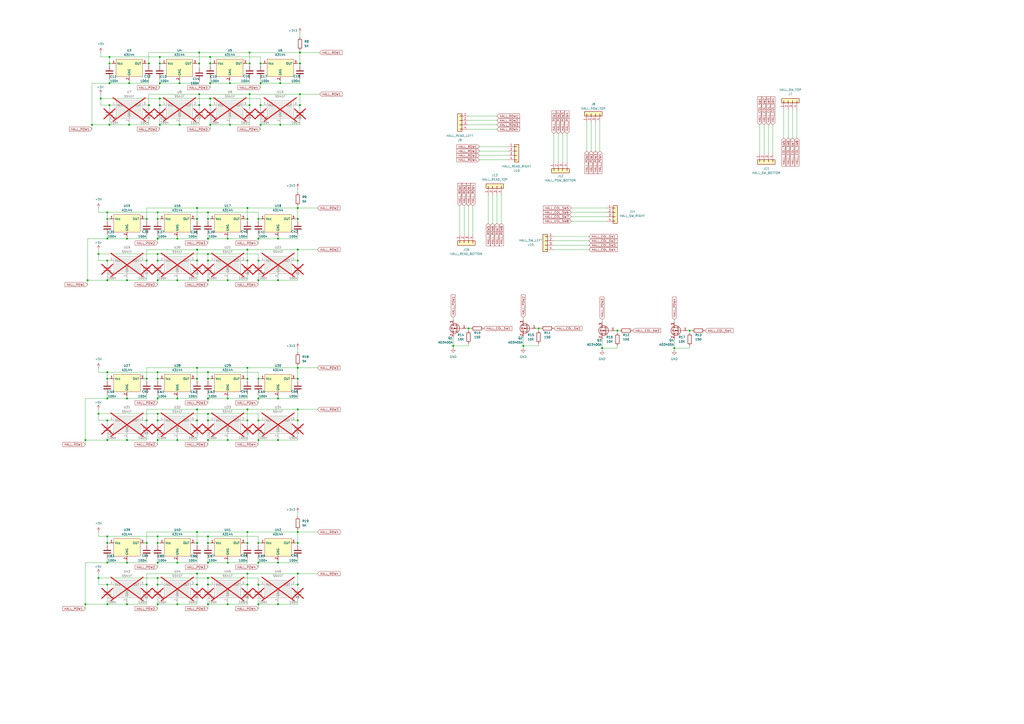
<source format=kicad_sch>
(kicad_sch (version 20231120) (generator "eeschema") (generator_version "8.0")
  (paper "A2")
  (junction (at 63.5 48.26))
  (junction (at 120.65 123.19))
  (junction (at 114.3 237.49))
  (junction (at 62.23 151.13))
  (junction (at 149.86 243.84))
  (junction (at 121.92 36.83))
  (junction (at 115.57 30.48))
  (junction (at 62.23 138.43))
  (junction (at 91.44 219.71))
  (junction (at 173.99 54.61))
  (junction (at 114.3 151.13))
  (junction (at 86.36 60.96))
  (junction (at 151.13 48.26))
  (junction (at 102.87 138.43))
  (junction (at 143.51 127))
  (junction (at 400.05 191.77))
  (junction (at 120.65 350.52))
  (junction (at 173.99 36.83))
  (junction (at 172.72 213.36))
  (junction (at 120.65 314.96))
  (junction (at 114.3 120.65))
  (junction (at 74.93 48.26))
  (junction (at 120.65 138.43))
  (junction (at 91.44 243.84))
  (junction (at 172.72 219.71))
  (junction (at 85.09 127))
  (junction (at 120.65 231.14))
  (junction (at 114.3 339.09))
  (junction (at 120.65 339.09))
  (junction (at 104.14 48.26))
  (junction (at 120.65 151.13))
  (junction (at 62.23 314.96))
  (junction (at 149.86 339.09))
  (junction (at 121.92 33.02))
  (junction (at 115.57 54.61))
  (junction (at 172.72 127))
  (junction (at 115.57 60.96))
  (junction (at 143.51 219.71))
  (junction (at 151.13 36.83))
  (junction (at 57.15 240.03))
  (junction (at 91.44 240.03))
  (junction (at 62.23 255.27))
  (junction (at 161.29 350.52))
  (junction (at 91.44 123.19))
  (junction (at 149.86 162.56))
  (junction (at 172.72 151.13))
  (junction (at 120.65 240.03))
  (junction (at 86.36 36.83))
  (junction (at 114.3 127))
  (junction (at 102.87 255.27))
  (junction (at 91.44 326.39))
  (junction (at 92.71 57.15))
  (junction (at 144.78 54.61))
  (junction (at 91.44 335.28))
  (junction (at 91.44 151.13))
  (junction (at 132.08 138.43))
  (junction (at 132.08 255.27))
  (junction (at 173.99 30.48))
  (junction (at 114.3 332.74))
  (junction (at 102.87 231.14))
  (junction (at 143.51 339.09))
  (junction (at 132.08 231.14))
  (junction (at 172.72 339.09))
  (junction (at 132.08 326.39))
  (junction (at 62.23 219.71))
  (junction (at 91.44 311.15))
  (junction (at 62.23 326.39))
  (junction (at 73.66 162.56))
  (junction (at 161.29 138.43))
  (junction (at 63.5 36.83))
  (junction (at 104.14 72.39))
  (junction (at 85.09 219.71))
  (junction (at 85.09 339.09))
  (junction (at 120.65 127))
  (junction (at 114.3 314.96))
  (junction (at 114.3 243.84))
  (junction (at 57.15 147.32))
  (junction (at 115.57 36.83))
  (junction (at 91.44 127))
  (junction (at 73.66 350.52))
  (junction (at 121.92 48.26))
  (junction (at 143.51 332.74))
  (junction (at 73.66 231.14))
  (junction (at 162.56 72.39))
  (junction (at 91.44 339.09))
  (junction (at 149.86 314.96))
  (junction (at 102.87 326.39))
  (junction (at 62.23 123.19))
  (junction (at 49.53 255.27))
  (junction (at 120.65 215.9))
  (junction (at 143.51 151.13))
  (junction (at 120.65 311.15))
  (junction (at 102.87 350.52))
  (junction (at 172.72 243.84))
  (junction (at 144.78 60.96))
  (junction (at 102.87 162.56))
  (junction (at 58.42 57.15))
  (junction (at 92.71 48.26))
  (junction (at 358.14 191.77))
  (junction (at 91.44 162.56))
  (junction (at 391.16 201.93))
  (junction (at 161.29 162.56))
  (junction (at 120.65 326.39))
  (junction (at 151.13 72.39))
  (junction (at 143.51 144.78))
  (junction (at 172.72 308.61))
  (junction (at 114.3 213.36))
  (junction (at 143.51 308.61))
  (junction (at 144.78 30.48))
  (junction (at 92.71 33.02))
  (junction (at 120.65 219.71))
  (junction (at 161.29 326.39))
  (junction (at 91.44 215.9))
  (junction (at 120.65 162.56))
  (junction (at 149.86 127))
  (junction (at 173.99 60.96))
  (junction (at 92.71 72.39))
  (junction (at 120.65 335.28))
  (junction (at 62.23 162.56))
  (junction (at 151.13 60.96))
  (junction (at 114.3 219.71))
  (junction (at 63.5 33.02))
  (junction (at 172.72 237.49))
  (junction (at 303.53 200.66))
  (junction (at 92.71 36.83))
  (junction (at 114.3 308.61))
  (junction (at 162.56 48.26))
  (junction (at 91.44 147.32))
  (junction (at 132.08 162.56))
  (junction (at 92.71 60.96))
  (junction (at 91.44 255.27))
  (junction (at 271.78 190.5))
  (junction (at 149.86 231.14))
  (junction (at 172.72 144.78))
  (junction (at 172.72 314.96))
  (junction (at 50.8 162.56))
  (junction (at 74.93 72.39))
  (junction (at 91.44 350.52))
  (junction (at 143.51 120.65))
  (junction (at 49.53 350.52))
  (junction (at 121.92 72.39))
  (junction (at 85.09 243.84))
  (junction (at 120.65 147.32))
  (junction (at 62.23 350.52))
  (junction (at 149.86 350.52))
  (junction (at 312.42 190.5))
  (junction (at 149.86 326.39))
  (junction (at 73.66 255.27))
  (junction (at 91.44 231.14))
  (junction (at 62.23 127))
  (junction (at 262.89 200.66))
  (junction (at 121.92 57.15))
  (junction (at 85.09 151.13))
  (junction (at 161.29 231.14))
  (junction (at 62.23 215.9))
  (junction (at 149.86 255.27))
  (junction (at 63.5 60.96))
  (junction (at 120.65 255.27))
  (junction (at 62.23 339.09))
  (junction (at 133.35 48.26))
  (junction (at 143.51 237.49))
  (junction (at 149.86 151.13))
  (junction (at 62.23 231.14))
  (junction (at 172.72 120.65))
  (junction (at 143.51 314.96))
  (junction (at 149.86 138.43))
  (junction (at 172.72 332.74))
  (junction (at 121.92 60.96))
  (junction (at 63.5 72.39))
  (junction (at 91.44 138.43))
  (junction (at 149.86 219.71))
  (junction (at 133.35 72.39))
  (junction (at 114.3 144.78))
  (junction (at 62.23 311.15))
  (junction (at 73.66 138.43))
  (junction (at 143.51 243.84))
  (junction (at 91.44 314.96))
  (junction (at 144.78 36.83))
  (junction (at 85.09 314.96))
  (junction (at 161.29 255.27))
  (junction (at 349.25 201.93))
  (junction (at 73.66 326.39))
  (junction (at 62.23 243.84))
  (junction (at 57.15 335.28))
  (junction (at 120.65 243.84))
  (junction (at 53.34 72.39))
  (junction (at 143.51 213.36))
  (junction (at 132.08 350.52))
  (wire (pts (xy 115.57 36.83) (xy 115.57 39.37)))
  (wire (pts (xy 120.65 127) (xy 121.92 127)))
  (wire (pts (xy 53.34 48.26) (xy 53.34 72.39)))
  (wire (pts (xy 172.72 120.65) (xy 184.15 120.65)))
  (wire (pts (xy 149.86 326.39) (xy 149.86 323.85)))
  (wire (pts (xy 91.44 151.13) (xy 92.71 151.13)))
  (wire (pts (xy 143.51 332.74) (xy 172.72 332.74)))
  (wire (pts (xy 62.23 255.27) (xy 62.23 252.73)))
  (wire (pts (xy 91.44 255.27) (xy 91.44 252.73)))
  (wire (pts (xy 115.57 48.26) (xy 104.14 48.26)))
  (wire (pts (xy 121.92 60.96) (xy 123.19 60.96)))
  (wire (pts (xy 143.51 252.73) (xy 143.51 255.27)))
  (wire (pts (xy 328.93 77.47) (xy 328.93 93.98)))
  (wire (pts (xy 92.71 48.26) (xy 92.71 45.72)))
  (wire (pts (xy 269.24 119.38) (xy 269.24 135.89)))
  (wire (pts (xy 91.44 243.84) (xy 91.44 240.03)))
  (wire (pts (xy 114.3 255.27) (xy 102.87 255.27)))
  (wire (pts (xy 173.99 30.48) (xy 185.42 30.48)))
  (wire (pts (xy 114.3 127) (xy 114.3 128.27)))
  (wire (pts (xy 86.36 54.61) (xy 115.57 54.61)))
  (wire (pts (xy 50.8 162.56) (xy 62.23 162.56)))
  (wire (pts (xy 85.09 237.49) (xy 114.3 237.49)))
  (wire (pts (xy 115.57 54.61) (xy 115.57 60.96)))
  (wire (pts (xy 120.65 326.39) (xy 120.65 323.85)))
  (wire (pts (xy 172.72 109.22) (xy 172.72 111.76)))
  (wire (pts (xy 57.15 213.36) (xy 57.15 215.9)))
  (wire (pts (xy 91.44 219.71) (xy 92.71 219.71)))
  (wire (pts (xy 86.36 48.26) (xy 74.93 48.26)))
  (wire (pts (xy 92.71 62.23) (xy 92.71 60.96)))
  (wire (pts (xy 172.72 160.02) (xy 172.72 162.56)))
  (wire (pts (xy 62.23 231.14) (xy 49.53 231.14)))
  (wire (pts (xy 144.78 45.72) (xy 144.78 48.26)))
  (wire (pts (xy 172.72 350.52) (xy 161.29 350.52)))
  (wire (pts (xy 288.29 129.54) (xy 288.29 113.03)))
  (wire (pts (xy 161.29 325.12) (xy 161.29 326.39)))
  (wire (pts (xy 85.09 243.84) (xy 85.09 245.11)))
  (wire (pts (xy 149.86 127) (xy 151.13 127)))
  (wire (pts (xy 85.09 308.61) (xy 114.3 308.61)))
  (wire (pts (xy 73.66 137.16) (xy 73.66 138.43)))
  (wire (pts (xy 133.35 46.99) (xy 133.35 48.26)))
  (wire (pts (xy 120.65 255.27) (xy 120.65 252.73)))
  (wire (pts (xy 173.99 48.26) (xy 162.56 48.26)))
  (wire (pts (xy 132.08 255.27) (xy 120.65 255.27)))
  (wire (pts (xy 271.78 119.38) (xy 271.78 135.89)))
  (wire (pts (xy 115.57 60.96) (xy 115.57 62.23)))
  (wire (pts (xy 120.65 243.84) (xy 120.65 240.03)))
  (wire (pts (xy 151.13 57.15) (xy 121.92 57.15)))
  (wire (pts (xy 144.78 69.85) (xy 144.78 72.39)))
  (wire (pts (xy 113.03 151.13) (xy 114.3 151.13)))
  (wire (pts (xy 85.09 228.6) (xy 85.09 231.14)))
  (wire (pts (xy 143.51 308.61) (xy 172.72 308.61)))
  (wire (pts (xy 144.78 54.61) (xy 144.78 60.96)))
  (wire (pts (xy 341.63 139.7) (xy 321.31 139.7)))
  (wire (pts (xy 57.15 339.09) (xy 62.23 339.09)))
  (wire (pts (xy 462.28 80.01) (xy 462.28 63.5)))
  (wire (pts (xy 271.78 190.5) (xy 270.51 190.5)))
  (wire (pts (xy 149.86 219.71) (xy 151.13 219.71)))
  (wire (pts (xy 85.09 162.56) (xy 73.66 162.56)))
  (wire (pts (xy 102.87 255.27) (xy 91.44 255.27)))
  (wire (pts (xy 132.08 326.39) (xy 120.65 326.39)))
  (wire (pts (xy 262.89 200.66) (xy 262.89 195.58)))
  (wire (pts (xy 115.57 72.39) (xy 104.14 72.39)))
  (wire (pts (xy 115.57 54.61) (xy 144.78 54.61)))
  (wire (pts (xy 85.09 323.85) (xy 85.09 326.39)))
  (wire (pts (xy 340.36 87.63) (xy 340.36 71.12)))
  (wire (pts (xy 288.29 74.93) (xy 271.78 74.93)))
  (wire (pts (xy 92.71 60.96) (xy 92.71 57.15)))
  (wire (pts (xy 341.63 137.16) (xy 321.31 137.16)))
  (wire (pts (xy 303.53 184.15) (xy 303.53 185.42)))
  (wire (pts (xy 83.82 314.96) (xy 85.09 314.96)))
  (wire (pts (xy 149.86 335.28) (xy 120.65 335.28)))
  (wire (pts (xy 91.44 350.52) (xy 91.44 347.98)))
  (wire (pts (xy 85.09 160.02) (xy 85.09 162.56)))
  (wire (pts (xy 161.29 349.25) (xy 161.29 350.52)))
  (wire (pts (xy 172.72 252.73) (xy 172.72 255.27)))
  (wire (pts (xy 120.65 123.19) (xy 149.86 123.19)))
  (wire (pts (xy 172.72 36.83) (xy 173.99 36.83)))
  (wire (pts (xy 149.86 350.52) (xy 149.86 347.98)))
  (wire (pts (xy 63.5 62.23) (xy 63.5 60.96)))
  (wire (pts (xy 120.65 311.15) (xy 120.65 314.96)))
  (wire (pts (xy 262.89 184.15) (xy 262.89 185.42)))
  (wire (pts (xy 62.23 340.36) (xy 62.23 339.09)))
  (wire (pts (xy 49.53 326.39) (xy 49.53 350.52)))
  (wire (pts (xy 115.57 30.48) (xy 115.57 36.83)))
  (wire (pts (xy 91.44 255.27) (xy 91.44 257.81)))
  (wire (pts (xy 57.15 237.49) (xy 57.15 240.03)))
  (wire (pts (xy 120.65 123.19) (xy 120.65 127)))
  (wire (pts (xy 143.51 60.96) (xy 144.78 60.96)))
  (wire (pts (xy 63.5 60.96) (xy 64.77 60.96)))
  (wire (pts (xy 73.66 138.43) (xy 62.23 138.43)))
  (wire (pts (xy 120.65 231.14) (xy 120.65 228.6)))
  (wire (pts (xy 172.72 151.13) (xy 172.72 152.4)))
  (wire (pts (xy 63.5 72.39) (xy 63.5 69.85)))
  (wire (pts (xy 121.92 57.15) (xy 121.92 60.96)))
  (wire (pts (xy 85.09 60.96) (xy 86.36 60.96)))
  (wire (pts (xy 144.78 54.61) (xy 173.99 54.61)))
  (wire (pts (xy 85.09 332.74) (xy 114.3 332.74)))
  (wire (pts (xy 161.29 138.43) (xy 149.86 138.43)))
  (wire (pts (xy 63.5 48.26) (xy 63.5 45.72)))
  (wire (pts (xy 173.99 45.72) (xy 173.99 48.26)))
  (wire (pts (xy 102.87 162.56) (xy 91.44 162.56)))
  (wire (pts (xy 144.78 60.96) (xy 144.78 62.23)))
  (wire (pts (xy 173.99 19.05) (xy 173.99 21.59)))
  (wire (pts (xy 149.86 162.56) (xy 149.86 160.02)))
  (wire (pts (xy 161.29 137.16) (xy 161.29 138.43)))
  (wire (pts (xy 149.86 123.19) (xy 149.86 127)))
  (wire (pts (xy 85.09 127) (xy 85.09 128.27)))
  (wire (pts (xy 91.44 151.13) (xy 91.44 147.32)))
  (wire (pts (xy 172.72 243.84) (xy 172.72 245.11)))
  (wire (pts (xy 63.5 36.83) (xy 64.77 36.83)))
  (wire (pts (xy 92.71 38.1) (xy 92.71 36.83)))
  (wire (pts (xy 161.29 350.52) (xy 149.86 350.52)))
  (wire (pts (xy 113.03 314.96) (xy 114.3 314.96)))
  (wire (pts (xy 391.16 185.42) (xy 391.16 186.69)))
  (wire (pts (xy 171.45 339.09) (xy 172.72 339.09)))
  (wire (pts (xy 83.82 219.71) (xy 85.09 219.71)))
  (wire (pts (xy 85.09 144.78) (xy 114.3 144.78)))
  (wire (pts (xy 149.86 340.36) (xy 149.86 339.09)))
  (wire (pts (xy 445.77 72.39) (xy 445.77 88.9)))
  (wire (pts (xy 149.86 316.23) (xy 149.86 314.96)))
  (wire (pts (xy 114.3 323.85) (xy 114.3 326.39)))
  (wire (pts (xy 86.36 30.48) (xy 115.57 30.48)))
  (wire (pts (xy 91.44 147.32) (xy 57.15 147.32)))
  (wire (pts (xy 349.25 203.2) (xy 349.25 201.93)))
  (wire (pts (xy 312.42 190.5) (xy 311.15 190.5)))
  (wire (pts (xy 143.51 144.78) (xy 172.72 144.78)))
  (wire (pts (xy 92.71 33.02) (xy 121.92 33.02)))
  (wire (pts (xy 91.44 147.32) (xy 120.65 147.32)))
  (wire (pts (xy 132.08 349.25) (xy 132.08 350.52)))
  (wire (pts (xy 173.99 54.61) (xy 173.99 60.96)))
  (wire (pts (xy 85.09 237.49) (xy 85.09 243.84)))
  (wire (pts (xy 114.3 138.43) (xy 102.87 138.43)))
  (wire (pts (xy 149.86 220.98) (xy 149.86 219.71)))
  (wire (pts (xy 151.13 72.39) (xy 151.13 74.93)))
  (wire (pts (xy 120.65 255.27) (xy 120.65 257.81)))
  (wire (pts (xy 113.03 339.09) (xy 114.3 339.09)))
  (wire (pts (xy 288.29 69.85) (xy 271.78 69.85)))
  (wire (pts (xy 271.78 200.66) (xy 262.89 200.66)))
  (wire (pts (xy 133.35 71.12) (xy 133.35 72.39)))
  (wire (pts (xy 172.72 120.65) (xy 172.72 127)))
  (wire (pts (xy 132.08 350.52) (xy 120.65 350.52)))
  (wire (pts (xy 133.35 72.39) (xy 121.92 72.39)))
  (wire (pts (xy 83.82 243.84) (xy 85.09 243.84)))
  (wire (pts (xy 91.44 127) (xy 92.71 127)))
  (wire (pts (xy 57.15 120.65) (xy 57.15 123.19)))
  (wire (pts (xy 391.16 201.93) (xy 391.16 196.85)))
  (wire (pts (xy 91.44 335.28) (xy 120.65 335.28)))
  (wire (pts (xy 132.08 138.43) (xy 120.65 138.43)))
  (wire (pts (xy 290.83 129.54) (xy 290.83 113.03)))
  (wire (pts (xy 313.69 190.5) (xy 312.42 190.5)))
  (wire (pts (xy 114.3 339.09) (xy 114.3 340.36)))
  (wire (pts (xy 120.65 162.56) (xy 120.65 160.02)))
  (wire (pts (xy 273.05 190.5) (xy 271.78 190.5)))
  (wire (pts (xy 114.3 228.6) (xy 114.3 231.14)))
  (wire (pts (xy 121.92 72.39) (xy 121.92 69.85)))
  (wire (pts (xy 73.66 229.87) (xy 73.66 231.14)))
  (wire (pts (xy 74.93 46.99) (xy 74.93 48.26)))
  (wire (pts (xy 151.13 38.1) (xy 151.13 36.83)))
  (wire (pts (xy 63.5 38.1) (xy 63.5 36.83)))
  (wire (pts (xy 73.66 326.39) (xy 62.23 326.39)))
  (wire (pts (xy 104.14 72.39) (xy 92.71 72.39)))
  (wire (pts (xy 142.24 243.84) (xy 143.51 243.84)))
  (wire (pts (xy 172.72 144.78) (xy 172.72 151.13)))
  (wire (pts (xy 161.29 161.29) (xy 161.29 162.56)))
  (wire (pts (xy 144.78 30.48) (xy 173.99 30.48)))
  (wire (pts (xy 331.47 123.19) (xy 351.79 123.19)))
  (wire (pts (xy 401.32 191.77) (xy 400.05 191.77)))
  (wire (pts (xy 121.92 72.39) (xy 121.92 74.93)))
  (wire (pts (xy 115.57 46.99) (xy 115.57 48.26)))
  (wire (pts (xy 73.66 162.56) (xy 62.23 162.56)))
  (wire (pts (xy 91.44 162.56) (xy 91.44 165.1)))
  (wire (pts (xy 114.3 144.78) (xy 143.51 144.78)))
  (wire (pts (xy 53.34 72.39) (xy 53.34 74.93)))
  (wire (pts (xy 149.86 243.84) (xy 151.13 243.84)))
  (wire (pts (xy 149.86 311.15) (xy 149.86 314.96)))
  (wire (pts (xy 62.23 162.56) (xy 62.23 160.02)))
  (wire (pts (xy 262.89 201.93) (xy 262.89 200.66)))
  (wire (pts (xy 62.23 151.13) (xy 63.5 151.13)))
  (wire (pts (xy 149.86 350.52) (xy 149.86 353.06)))
  (wire (pts (xy 341.63 144.78) (xy 321.31 144.78)))
  (wire (pts (xy 132.08 254) (xy 132.08 255.27)))
  (wire (pts (xy 149.86 339.09) (xy 151.13 339.09)))
  (wire (pts (xy 62.23 127) (xy 62.23 123.19)))
  (wire (pts (xy 86.36 36.83) (xy 86.36 30.48)))
  (wire (pts (xy 120.65 231.14) (xy 120.65 233.68)))
  (wire (pts (xy 85.09 36.83) (xy 86.36 36.83)))
  (wire (pts (xy 120.65 326.39) (xy 120.65 328.93)))
  (wire (pts (xy 162.56 48.26) (xy 151.13 48.26)))
  (wire (pts (xy 358.14 200.66) (xy 358.14 201.93)))
  (wire (pts (xy 49.53 255.27) (xy 62.23 255.27)))
  (wire (pts (xy 149.86 231.14) (xy 149.86 233.68)))
  (wire (pts (xy 57.15 308.61) (xy 57.15 311.15)))
  (wire (pts (xy 331.47 125.73) (xy 351.79 125.73)))
  (wire (pts (xy 151.13 62.23) (xy 151.13 60.96)))
  (wire (pts (xy 62.23 128.27) (xy 62.23 127)))
  (wire (pts (xy 85.09 120.65) (xy 114.3 120.65)))
  (wire (pts (xy 86.36 36.83) (xy 86.36 38.1)))
  (wire (pts (xy 149.86 339.09) (xy 149.86 335.28)))
  (wire (pts (xy 312.42 190.5) (xy 312.42 191.77)))
  (wire (pts (xy 91.44 335.28) (xy 57.15 335.28)))
  (wire (pts (xy 120.65 350.52) (xy 120.65 353.06)))
  (wire (pts (xy 172.72 231.14) (xy 161.29 231.14)))
  (wire (pts (xy 173.99 30.48) (xy 173.99 29.21)))
  (wire (pts (xy 63.5 33.02) (xy 92.71 33.02)))
  (wire (pts (xy 400.05 200.66) (xy 400.05 201.93)))
  (wire (pts (xy 161.29 326.39) (xy 149.86 326.39)))
  (wire (pts (xy 62.23 245.11) (xy 62.23 243.84)))
  (wire (pts (xy 58.42 57.15) (xy 58.42 60.96)))
  (wire (pts (xy 92.71 72.39) (xy 92.71 74.93)))
  (wire (pts (xy 172.72 255.27) (xy 161.29 255.27)))
  (wire (pts (xy 85.09 151.13) (xy 85.09 152.4)))
  (wire (pts (xy 132.08 137.16) (xy 132.08 138.43)))
  (wire (pts (xy 162.56 72.39) (xy 151.13 72.39)))
  (wire (pts (xy 358.14 191.77) (xy 356.87 191.77)))
  (wire (pts (xy 326.39 77.47) (xy 326.39 93.98)))
  (wire (pts (xy 121.92 33.02) (xy 121.92 36.83)))
  (wire (pts (xy 288.29 67.31) (xy 271.78 67.31)))
  (wire (pts (xy 143.51 120.65) (xy 143.51 127)))
  (wire (pts (xy 303.53 200.66) (xy 303.53 195.58)))
  (wire (pts (xy 143.51 160.02) (xy 143.51 162.56)))
  (wire (pts (xy 132.08 231.14) (xy 120.65 231.14)))
  (wire (pts (xy 102.87 137.16) (xy 102.87 138.43)))
  (wire (pts (xy 278.13 90.17) (xy 294.64 90.17)))
  (wire (pts (xy 143.51 151.13) (xy 143.51 152.4)))
  (wire (pts (xy 114.3 237.49) (xy 114.3 243.84)))
  (wire (pts (xy 91.44 123.19) (xy 120.65 123.19)))
  (wire (pts (xy 92.71 36.83) (xy 93.98 36.83)))
  (wire (pts (xy 443.23 72.39) (xy 443.23 88.9)))
  (wire (pts (xy 102.87 326.39) (xy 91.44 326.39)))
  (wire (pts (xy 358.14 201.93) (xy 349.25 201.93)))
  (wire (pts (xy 63.5 48.26) (xy 53.34 48.26)))
  (wire (pts (xy 172.72 213.36) (xy 172.72 219.71)))
  (wire (pts (xy 85.09 252.73) (xy 85.09 255.27)))
  (wire (pts (xy 85.09 135.89) (xy 85.09 138.43)))
  (wire (pts (xy 149.86 314.96) (xy 151.13 314.96)))
  (wire (pts (xy 161.29 231.14) (xy 149.86 231.14)))
  (wire (pts (xy 62.23 138.43) (xy 62.23 135.89)))
  (wire (pts (xy 102.87 138.43) (xy 91.44 138.43)))
  (wire (pts (xy 331.47 120.65) (xy 351.79 120.65)))
  (wire (pts (xy 323.85 77.47) (xy 323.85 93.98)))
  (wire (pts (xy 144.78 30.48) (xy 144.78 36.83)))
  (wire (pts (xy 57.15 123.19) (xy 62.23 123.19)))
  (wire (pts (xy 50.8 162.56) (xy 50.8 165.1)))
  (wire (pts (xy 120.65 147.32) (xy 120.65 151.13)))
  (wire (pts (xy 91.44 240.03) (xy 57.15 240.03)))
  (wire (pts (xy 85.09 332.74) (xy 85.09 339.09)))
  (wire (pts (xy 62.23 311.15) (xy 91.44 311.15)))
  (wire (pts (xy 91.44 326.39) (xy 91.44 328.93)))
  (wire (pts (xy 114.3 326.39) (xy 102.87 326.39)))
  (wire (pts (xy 85.09 339.09) (xy 85.09 340.36)))
  (wire (pts (xy 161.29 254) (xy 161.29 255.27)))
  (wire (pts (xy 349.25 185.42) (xy 349.25 186.69)))
  (wire (pts (xy 104.14 48.26) (xy 92.71 48.26)))
  (wire (pts (xy 151.13 33.02) (xy 151.13 36.83)))
  (wire (pts (xy 440.69 72.39) (xy 440.69 88.9)))
  (wire (pts (xy 161.29 162.56) (xy 149.86 162.56)))
  (wire (pts (xy 173.99 30.48) (xy 173.99 36.83)))
  (wire (pts (xy 278.13 87.63) (xy 294.64 87.63)))
  (wire (pts (xy 91.44 245.11) (xy 91.44 243.84)))
  (wire (pts (xy 142.24 127) (xy 143.51 127)))
  (wire (pts (xy 83.82 127) (xy 85.09 127)))
  (wire (pts (xy 132.08 229.87) (xy 132.08 231.14)))
  (wire (pts (xy 121.92 36.83) (xy 123.19 36.83)))
  (wire (pts (xy 172.72 308.61) (xy 184.15 308.61)))
  (wire (pts (xy 49.53 255.27) (xy 49.53 257.81)))
  (wire (pts (xy 86.36 54.61) (xy 86.36 60.96)))
  (wire (pts (xy 359.41 191.77) (xy 358.14 191.77)))
  (wire (pts (xy 85.09 255.27) (xy 73.66 255.27)))
  (wire (pts (xy 58.42 30.48) (xy 58.42 33.02)))
  (wire (pts (xy 120.65 311.15) (xy 149.86 311.15)))
  (wire (pts (xy 312.42 199.39) (xy 312.42 200.66)))
  (wire (pts (xy 114.3 350.52) (xy 102.87 350.52)))
  (wire (pts (xy 91.44 138.43) (xy 91.44 135.89)))
  (wire (pts (xy 144.78 48.26) (xy 133.35 48.26)))
  (wire (pts (xy 73.66 254) (xy 73.66 255.27)))
  (wire (pts (xy 144.78 36.83) (xy 144.78 38.1)))
  (wire (pts (xy 331.47 128.27) (xy 351.79 128.27)))
  (wire (pts (xy 91.44 339.09) (xy 91.44 335.28)))
  (wire (pts (xy 120.65 138.43) (xy 120.65 140.97)))
  (wire (pts (xy 91.44 220.98) (xy 91.44 219.71)))
  (wire (pts (xy 400.05 191.77) (xy 400.05 193.04)))
  (wire (pts (xy 149.86 215.9) (xy 149.86 219.71)))
  (wire (pts (xy 73.66 231.14) (xy 62.23 231.14)))
  (wire (pts (xy 278.13 92.71) (xy 294.64 92.71)))
  (wire (pts (xy 62.23 350.52) (xy 62.23 347.98)))
  (wire (pts (xy 172.72 135.89) (xy 172.72 138.43)))
  (wire (pts (xy 91.44 162.56) (xy 91.44 160.02)))
  (wire (pts (xy 143.51 36.83) (xy 144.78 36.83)))
  (wire (pts (xy 83.82 151.13) (xy 85.09 151.13)))
  (wire (pts (xy 172.72 127) (xy 172.72 128.27)))
  (wire (pts (xy 62.23 219.71) (xy 62.23 215.9)))
  (wire (pts (xy 113.03 219.71) (xy 114.3 219.71)))
  (wire (pts (xy 62.23 316.23) (xy 62.23 314.96)))
  (wire (pts (xy 62.23 123.19) (xy 91.44 123.19)))
  (wire (pts (xy 143.51 347.98) (xy 143.51 350.52)))
  (wire (pts (xy 57.15 215.9) (xy 62.23 215.9)))
  (wire (pts (xy 149.86 162.56) (xy 149.86 165.1)))
  (wire (pts (xy 278.13 85.09) (xy 294.64 85.09)))
  (wire (pts (xy 91.44 316.23) (xy 91.44 314.96)))
  (wire (pts (xy 459.74 80.01) (xy 459.74 63.5)))
  (wire (pts (xy 62.23 220.98) (xy 62.23 219.71)))
  (wire (pts (xy 114.3 135.89) (xy 114.3 138.43)))
  (wire (pts (xy 86.36 72.39) (xy 74.93 72.39)))
  (wire (pts (xy 448.31 72.39) (xy 448.31 88.9)))
  (wire (pts (xy 266.7 119.38) (xy 266.7 135.89)))
  (wire (pts (xy 358.14 191.77) (xy 358.14 193.04)))
  (wire (pts (xy 57.15 335.28) (xy 57.15 339.09)))
  (wire (pts (xy 151.13 48.26) (xy 151.13 50.8)))
  (wire (pts (xy 121.92 38.1) (xy 121.92 36.83)))
  (wire (pts (xy 171.45 127) (xy 172.72 127)))
  (wire (pts (xy 149.86 128.27) (xy 149.86 127)))
  (wire (pts (xy 114.3 144.78) (xy 114.3 151.13)))
  (wire (pts (xy 143.51 162.56) (xy 132.08 162.56)))
  (wire (pts (xy 151.13 36.83) (xy 152.4 36.83)))
  (wire (pts (xy 144.78 72.39) (xy 133.35 72.39)))
  (wire (pts (xy 114.3 162.56) (xy 102.87 162.56)))
  (wire (pts (xy 151.13 60.96) (xy 152.4 60.96)))
  (wire (pts (xy 114.3 243.84) (xy 114.3 245.11)))
  (wire (pts (xy 85.09 347.98) (xy 85.09 350.52)))
  (wire (pts (xy 91.44 215.9) (xy 120.65 215.9)))
  (wire (pts (xy 151.13 48.26) (xy 151.13 45.72)))
  (wire (pts (xy 143.51 219.71) (xy 143.51 220.98)))
  (wire (pts (xy 92.71 57.15) (xy 121.92 57.15)))
  (wire (pts (xy 149.86 255.27) (xy 149.86 257.81)))
  (wire (pts (xy 120.65 340.36) (xy 120.65 339.09)))
  (wire (pts (xy 120.65 245.11) (xy 120.65 243.84)))
  (wire (pts (xy 114.3 213.36) (xy 114.3 219.71)))
  (wire (pts (xy 102.87 325.12) (xy 102.87 326.39)))
  (wire (pts (xy 74.93 48.26) (xy 63.5 48.26)))
  (wire (pts (xy 62.23 339.09) (xy 63.5 339.09)))
  (wire (pts (xy 120.65 350.52) (xy 120.65 347.98)))
  (wire (pts (xy 102.87 231.14) (xy 91.44 231.14)))
  (wire (pts (xy 91.44 311.15) (xy 91.44 314.96)))
  (wire (pts (xy 86.36 60.96) (xy 86.36 62.23)))
  (wire (pts (xy 114.3 237.49) (xy 143.51 237.49)))
  (wire (pts (xy 143.51 144.78) (xy 143.51 151.13)))
  (wire (pts (xy 121.92 48.26) (xy 121.92 45.72)))
  (wire (pts (xy 92.71 33.02) (xy 92.71 36.83)))
  (wire (pts (xy 53.34 72.39) (xy 63.5 72.39)))
  (wire (pts (xy 171.45 243.84) (xy 172.72 243.84)))
  (wire (pts (xy 57.15 147.32) (xy 57.15 151.13)))
  (wire (pts (xy 49.53 231.14) (xy 49.53 255.27)))
  (wire (pts (xy 400.05 191.77) (xy 398.78 191.77)))
  (wire (pts (xy 303.53 201.93) (xy 303.53 200.66)))
  (wire (pts (xy 143.51 120.65) (xy 172.72 120.65)))
  (wire (pts (xy 149.86 152.4) (xy 149.86 151.13)))
  (wire (pts (xy 149.86 245.11) (xy 149.86 243.84)))
  (wire (pts (xy 143.51 350.52) (xy 132.08 350.52)))
  (wire (pts (xy 120.65 220.98) (xy 120.65 219.71)))
  (wire (pts (xy 143.51 326.39) (xy 132.08 326.39)))
  (wire (pts (xy 120.65 152.4) (xy 120.65 151.13)))
  (wire (pts (xy 271.78 190.5) (xy 271.78 191.77)))
  (wire (pts (xy 114.3 213.36) (xy 143.51 213.36)))
  (wire (pts (xy 149.86 243.84) (xy 149.86 240.03)))
  (wire (pts (xy 120.65 243.84) (xy 121.92 243.84)))
  (wire (pts (xy 172.72 332.74) (xy 184.15 332.74)))
  (wire (pts (xy 114.3 120.65) (xy 114.3 127)))
  (wire (pts (xy 274.32 119.38) (xy 274.32 135.89)))
  (wire (pts (xy 102.87 229.87) (xy 102.87 231.14)))
  (wire (pts (xy 121.92 62.23) (xy 121.92 60.96)))
  (wire (pts (xy 121.92 33.02) (xy 151.13 33.02)))
  (wire (pts (xy 62.23 127) (xy 63.5 127)))
  (wire (pts (xy 85.09 314.96) (xy 85.09 316.23)))
  (wire (pts (xy 149.86 138.43) (xy 149.86 135.89)))
  (wire (pts (xy 172.72 228.6) (xy 172.72 231.14)))
  (wire (pts (xy 172.72 144.78) (xy 184.15 144.78)))
  (wire (pts (xy 62.23 326.39) (xy 62.23 323.85)))
  (wire (pts (xy 120.65 215.9) (xy 120.65 219.71)))
  (wire (pts (xy 172.72 219.71) (xy 172.72 220.98)))
  (wire (pts (xy 49.53 350.52) (xy 62.23 350.52)))
  (wire (pts (xy 57.15 243.84) (xy 62.23 243.84)))
  (wire (pts (xy 114.3 308.61) (xy 114.3 314.96)))
  (wire (pts (xy 133.35 48.26) (xy 121.92 48.26)))
  (wire (pts (xy 86.36 69.85) (xy 86.36 72.39)))
  (wire (pts (xy 91.44 152.4) (xy 91.44 151.13)))
  (wire (pts (xy 173.99 36.83) (xy 173.99 38.1)))
  (wire (pts (xy 149.86 151.13) (xy 151.13 151.13)))
  (wire (pts (xy 73.66 350.52) (xy 62.23 350.52)))
  (wire (pts (xy 85.09 326.39) (xy 73.66 326.39)))
  (wire (pts (xy 114.3 332.74) (xy 114.3 339.09)))
  (wire (pts (xy 74.93 72.39) (xy 63.5 72.39)))
  (wire (pts (xy 73.66 349.25) (xy 73.66 350.52)))
  (wire (pts (xy 102.87 161.29) (xy 102.87 162.56)))
  (wire (pts (xy 342.9 87.63) (xy 342.9 71.12)))
  (wire (pts (xy 104.14 46.99) (xy 104.14 48.26)))
  (wire (pts (xy 85.09 127) (xy 85.09 120.65)))
  (wire (pts (xy 57.15 332.74) (xy 57.15 335.28)))
  (wire (pts (xy 143.51 323.85) (xy 143.51 326.39)))
  (wire (pts (xy 120.65 151.13) (xy 121.92 151.13)))
  (wire (pts (xy 454.66 80.01) (xy 454.66 63.5)))
  (wire (pts (xy 85.09 213.36) (xy 114.3 213.36)))
  (wire (pts (xy 57.15 240.03) (xy 57.15 243.84)))
  (wire (pts (xy 114.3 252.73) (xy 114.3 255.27)))
  (wire (pts (xy 132.08 161.29) (xy 132.08 162.56)))
  (wire (pts (xy 91.44 138.43) (xy 91.44 140.97)))
  (wire (pts (xy 91.44 231.14) (xy 91.44 233.68)))
  (wire (pts (xy 73.66 325.12) (xy 73.66 326.39)))
  (wire (pts (xy 114.3 308.61) (xy 143.51 308.61)))
  (wire (pts (xy 172.72 213.36) (xy 172.72 212.09)))
  (wire (pts (xy 114.3 347.98) (xy 114.3 350.52)))
  (wire (pts (xy 143.51 127) (xy 143.51 128.27)))
  (wire (pts (xy 345.44 87.63) (xy 345.44 71.12)))
  (wire (pts (xy 143.51 237.49) (xy 172.72 237.49)))
  (wire (pts (xy 114.3 219.71) (xy 114.3 220.98)))
  (wire (pts (xy 91.44 350.52) (xy 91.44 353.06)))
  (wire (pts (xy 58.42 33.02) (xy 63.5 33.02)))
  (wire (pts (xy 172.72 323.85) (xy 172.72 326.39)))
  (wire (pts (xy 172.72 326.39) (xy 161.29 326.39)))
  (wire (pts (xy 63.5 36.83) (xy 63.5 33.02)))
  (wire (pts (xy 91.44 311.15) (xy 120.65 311.15)))
  (wire (pts (xy 114.3 36.83) (xy 115.57 36.83)))
  (wire (pts (xy 114.3 120.65) (xy 143.51 120.65)))
  (wire (pts (xy 120.65 314.96) (xy 121.92 314.96)))
  (wire (pts (xy 113.03 243.84) (xy 114.3 243.84)))
  (wire (pts (xy 62.23 219.71) (xy 63.5 219.71)))
  (wire (pts (xy 104.14 71.12) (xy 104.14 72.39)))
  (wire (pts (xy 171.45 314.96) (xy 172.72 314.96)))
  (wire (pts (xy 143.51 243.84) (xy 143.51 245.11)))
  (wire (pts (xy 161.29 255.27) (xy 149.86 255.27)))
  (wire (pts (xy 172.72 213.36) (xy 184.15 213.36)))
  (wire (pts (xy 172.72 339.09) (xy 172.72 340.36)))
  (wire (pts (xy 91.44 326.39) (xy 91.44 323.85)))
  (wire (pts (xy 143.51 228.6) (xy 143.51 231.14)))
  (wire (pts (xy 86.36 45.72) (xy 86.36 48.26)))
  (wire (pts (xy 85.09 350.52) (xy 73.66 350.52)))
  (wire (pts (xy 115.57 30.48) (xy 144.78 30.48)))
  (wire (pts (xy 172.72 162.56) (xy 161.29 162.56)))
  (wire (pts (xy 172.72 120.65) (xy 172.72 119.38)))
  (wire (pts (xy 114.3 332.74) (xy 143.51 332.74)))
  (wire (pts (xy 50.8 138.43) (xy 50.8 162.56)))
  (wire (pts (xy 391.16 203.2) (xy 391.16 201.93)))
  (wire (pts (xy 143.51 314.96) (xy 143.51 316.23)))
  (wire (pts (xy 400.05 201.93) (xy 391.16 201.93)))
  (wire (pts (xy 85.09 219.71) (xy 85.09 213.36)))
  (wire (pts (xy 283.21 129.54) (xy 283.21 113.03)))
  (wire (pts (xy 120.65 240.03) (xy 91.44 240.03)))
  (wire (pts (xy 172.72 332.74) (xy 172.72 339.09)))
  (wire (pts (xy 142.24 339.09) (xy 143.51 339.09)))
  (wire (pts (xy 172.72 237.49) (xy 172.72 243.84)))
  (wire (pts (xy 85.09 314.96) (xy 85.09 308.61)))
  (wire (pts (xy 149.86 138.43) (xy 149.86 140.97)))
  (wire (pts (xy 49.53 350.52) (xy 49.53 353.06)))
  (wire (pts (xy 457.2 80.01) (xy 457.2 63.5)))
  (wire (pts (xy 57.15 144.78) (xy 57.15 147.32)))
  (wire (pts (xy 142.24 314.96) (xy 143.51 314.96)))
  (wire (pts (xy 57.15 151.13) (xy 62.23 151.13)))
  (wire (pts (xy 173.99 54.61) (xy 185.42 54.61)))
  (wire (pts (xy 57.15 311.15) (xy 62.23 311.15)))
  (wire (pts (xy 114.3 314.96) (xy 114.3 316.23)))
  (wire (pts (xy 73.66 255.27) (xy 62.23 255.27)))
  (wire (pts (xy 143.51 213.36) (xy 172.72 213.36)))
  (wire (pts (xy 143.51 308.61) (xy 143.51 314.96)))
  (wire (pts (xy 120.65 240.03) (xy 149.86 240.03)))
  (wire (pts (xy 347.98 87.63) (xy 347.98 71.12)))
  (wire (pts (xy 149.86 151.13) (xy 149.86 147.32)))
  (wire (pts (xy 62.23 314.96) (xy 63.5 314.96)))
  (wire (pts (xy 172.72 314.96) (xy 172.72 316.23)))
  (wire (pts (xy 91.44 215.9) (xy 91.44 219.71)))
  (wire (pts (xy 162.56 71.12) (xy 162.56 72.39)))
  (wire (pts (xy 173.99 60.96) (xy 173.99 62.23)))
  (wire (pts (xy 132.08 325.12) (xy 132.08 326.39)))
  (wire (pts (xy 102.87 350.52) (xy 91.44 350.52)))
  (wire (pts (xy 91.44 314.96) (xy 92.71 314.96)))
  (wire (pts (xy 285.75 129.54) (xy 285.75 113.03)))
  (wire (pts (xy 149.86 231.14) (xy 149.86 228.6)))
  (wire (pts (xy 62.23 215.9) (xy 91.44 215.9)))
  (wire (pts (xy 91.44 231.14) (xy 91.44 228.6)))
  (wire (pts (xy 142.24 151.13) (xy 143.51 151.13)))
  (wire (pts (xy 85.09 138.43) (xy 73.66 138.43)))
  (wire (pts (xy 91.44 128.27) (xy 91.44 127)))
  (wire (pts (xy 91.44 243.84) (xy 92.71 243.84)))
  (wire (pts (xy 62.23 138.43) (xy 50.8 138.43)))
  (wire (pts (xy 173.99 69.85) (xy 173.99 72.39)))
  (wire (pts (xy 341.63 142.24) (xy 321.31 142.24)))
  (wire (pts (xy 91.44 339.09) (xy 92.71 339.09)))
  (wire (pts (xy 62.23 243.84) (xy 63.5 243.84)))
  (wire (pts (xy 172.72 60.96) (xy 173.99 60.96)))
  (wire (pts (xy 172.72 201.93) (xy 172.72 204.47)))
  (wire (pts (xy 120.65 215.9) (xy 149.86 215.9)))
  (wire (pts (xy 172.72 138.43) (xy 161.29 138.43)))
  (wire (pts (xy 172.72 347.98) (xy 172.72 350.52)))
  (wire (pts (xy 92.71 48.26) (xy 92.71 50.8)))
  (wire (pts (xy 149.86 147.32) (xy 120.65 147.32)))
  (wire (pts (xy 121.92 48.26) (xy 121.92 50.8)))
  (wire (pts (xy 312.42 200.66) (xy 303.53 200.66)))
  (wire (pts (xy 151.13 72.39) (xy 151.13 69.85)))
  (wire (pts (xy 151.13 60.96) (xy 151.13 57.15)))
  (wire (pts (xy 321.31 77.47) (xy 321.31 93.98)))
  (wire (pts (xy 161.29 229.87) (xy 161.29 231.14)))
  (wire (pts (xy 120.65 316.23) (xy 120.65 314.96)))
  (wire (pts (xy 62.23 152.4) (xy 62.23 151.13)))
  (wire (pts (xy 115.57 69.85) (xy 115.57 72.39)))
  (wire (pts (xy 62.23 314.96) (xy 62.23 311.15)))
  (wire (pts (xy 120.65 138.43) (xy 120.65 135.89)))
  (wire (pts (xy 102.87 254) (xy 102.87 255.27)))
  (wire (pts (xy 171.45 219.71) (xy 172.72 219.71)))
  (wire (pts (xy 172.72 308.61) (xy 172.72 307.34)))
  (wire (pts (xy 62.23 326.39) (xy 49.53 326.39)))
  (wire (pts (xy 114.3 231.14) (xy 102.87 231.14)))
  (wire (pts (xy 142.24 219.71) (xy 143.51 219.71)))
  (wire (pts (xy 172.72 237.49) (xy 184.15 237.49)))
  (wire (pts (xy 149.86 255.27) (xy 149.86 252.73)))
  (wire (pts (xy 143.51 332.74) (xy 143.51 339.09)))
  (wire (pts (xy 120.65 339.09) (xy 121.92 339.09)))
  (wire (pts (xy 114.3 60.96) (xy 115.57 60.96)))
  (wire (pts (xy 288.29 72.39) (xy 271.78 72.39)))
  (wire (pts (xy 162.56 46.99) (xy 162.56 48.26)))
  (wire (pts (xy 113.03 127) (xy 114.3 127)))
  (wire (pts (xy 74.93 71.12) (xy 74.93 72.39)))
  (wire (pts (xy 102.87 349.25) (xy 102.87 350.52)))
  (wire (pts (xy 85.09 219.71) (xy 85.09 220.98)))
  (wire (pts (xy 73.66 161.29) (xy 73.66 162.56)))
  (wire (pts (xy 171.45 151.13) (xy 172.72 151.13)))
  (wire (pts (xy 85.09 231.14) (xy 73.66 231.14)))
  (wire (pts (xy 91.44 123.19) (xy 91.44 127)))
  (wire (pts (xy 85.09 144.78) (xy 85.09 151.13)))
  (wire (pts (xy 132.08 162.56) (xy 120.65 162.56)))
  (wire (pts (xy 143.51 138.43) (xy 132.08 138.43)))
  (wire (pts (xy 271.78 199.39) (xy 271.78 200.66)))
  (wire (pts (xy 58.42 54.61) (xy 58.42 57.15)))
  (wire (pts (xy 143.51 237.49) (xy 143.51 243.84)))
  (wire (pts (xy 83.82 339.09) (xy 85.09 339.09)))
  (wire (pts (xy 92.71 57.15) (xy 58.42 57.15)))
  (wire (pts (xy 91.44 340.36) (xy 91.44 339.09)))
  (wire (pts (xy 92.71 60.96) (xy 93.98 60.96)))
  (wire (pts (xy 114.3 160.02) (xy 114.3 162.56)))
  (wire (pts (xy 349.25 201.93) (xy 349.25 196.85)))
  (wire (pts (xy 120.65 335.28) (xy 120.65 339.09)))
  (wire (pts (xy 173.99 72.39) (xy 162.56 72.39)))
  (wire (pts (xy 149.86 326.39) (xy 149.86 328.93)))
  (wire (pts (xy 120.65 219.71) (xy 121.92 219.71)))
  (wire (pts (xy 143.51 213.36) (xy 143.51 219.71)))
  (wire (pts (xy 120.65 162.56) (xy 120.65 165.1)))
  (wire (pts (xy 172.72 308.61) (xy 172.72 314.96)))
  (wire (pts (xy 58.42 60.96) (xy 63.5 60.96)))
  (wire (pts (xy 143.51 255.27) (xy 132.08 255.27)))
  (wire (pts (xy 92.71 72.39) (xy 92.71 69.85)))
  (wire (pts (xy 143.51 339.09) (xy 143.51 340.36)))
  (wire (pts (xy 172.72 297.18) (xy 172.72 299.72)))
  (wire (pts (xy 114.3 151.13) (xy 114.3 152.4)))
  (wire (pts (xy 62.23 231.14) (xy 62.23 228.6)))
  (wire (pts (xy 143.51 231.14) (xy 132.08 231.14)))
  (wire (pts (xy 143.51 135.89) (xy 143.51 138.43)))
  (wire (pts (xy 120.65 128.27) (xy 120.65 127)))
  (global_label "HALL_POW2" (shape input) (at 91.44 257.81 180) (property "Intersheetrefs" "${INTERSHEET_REFS}" (effects (hide yes))))
  (global_label "HALL_POW1" (shape input) (at 49.53 257.81 180) (property "Intersheetrefs" "${INTERSHEET_REFS}" (effects (hide yes))))
  (global_label "HALL_POW2" (shape input) (at 342.9 87.63 270) (property "Intersheetrefs" "${INTERSHEET_REFS}" (effects (hide yes))))
  (global_label "HALL_COL_SW5" (shape input) (at 331.47 120.65 180) (property "Intersheetrefs" "${INTERSHEET_REFS}" (effects (hide yes))))
  (global_label "HALL_POW3" (shape input) (at 120.65 233.68 180) (property "Intersheetrefs" "${INTERSHEET_REFS}" (effects (hide yes))))
  (global_label "HALL_POW2" (shape input) (at 91.44 140.97 180) (property "Intersheetrefs" "${INTERSHEET_REFS}" (effects (hide yes))))
  (global_label "HALL_ROW4" (shape input) (at 184.15 332.74 0) (property "Intersheetrefs" "${INTERSHEET_REFS}" (effects (hide yes))))
  (global_label "HALL_ROW4" (shape input) (at 184.15 308.61 0) (property "Intersheetrefs" "${INTERSHEET_REFS}" (effects (hide yes))))
  (global_label "HALL_POW4" (shape input) (at 149.86 257.81 180) (property "Intersheetrefs" "${INTERSHEET_REFS}" (effects (hide yes))))
  (global_label "HALL_POW1" (shape input) (at 50.8 165.1 180) (property "Intersheetrefs" "${INTERSHEET_REFS}" (effects (hide yes))))
  (global_label "HALL_COL_SW3" (shape input) (at 341.63 142.24 0) (property "Intersheetrefs" "${INTERSHEET_REFS}" (effects (hide yes))))
  (global_label "HALL_POW4" (shape input) (at 347.98 87.63 270) (property "Intersheetrefs" "${INTERSHEET_REFS}" (effects (hide yes))))
  (global_label "HALL_POW4" (shape input) (at 149.86 328.93 180) (property "Intersheetrefs" "${INTERSHEET_REFS}" (effects (hide yes))))
  (global_label "HALL_COL_SW4" (shape input) (at 408.94 191.77 0) (property "Intersheetrefs" "${INTERSHEET_REFS}" (effects (hide yes))))
  (global_label "HALL_ROW1" (shape input) (at 278.13 85.09 180) (property "Intersheetrefs" "${INTERSHEET_REFS}" (effects (hide yes))))
  (global_label "HALL_ROW3" (shape input) (at 278.13 90.17 180) (property "Intersheetrefs" "${INTERSHEET_REFS}" (effects (hide yes))))
  (global_label "HALL_COL_SW2" (shape input) (at 341.63 139.7 0) (property "Intersheetrefs" "${INTERSHEET_REFS}" (effects (hide yes))))
  (global_label "HALL_ROW7" (shape input) (at 288.29 129.54 270) (property "Intersheetrefs" "${INTERSHEET_REFS}" (effects (hide yes))))
  (global_label "HALL_POW2" (shape input) (at 92.71 74.93 180) (property "Intersheetrefs" "${INTERSHEET_REFS}" (effects (hide yes))))
  (global_label "HALL_POW3" (shape input) (at 345.44 87.63 270) (property "Intersheetrefs" "${INTERSHEET_REFS}" (effects (hide yes))))
  (global_label "HALL_POW1" (shape input) (at 262.89 184.15 90) (property "Intersheetrefs" "${INTERSHEET_REFS}" (effects (hide yes))))
  (global_label "HALL_ROW4" (shape input) (at 278.13 92.71 180) (property "Intersheetrefs" "${INTERSHEET_REFS}" (effects (hide yes))))
  (global_label "HALL_COL_SW4" (shape input) (at 341.63 144.78 0) (property "Intersheetrefs" "${INTERSHEET_REFS}" (effects (hide yes))))
  (global_label "HALL_POW3" (shape input) (at 120.65 257.81 180) (property "Intersheetrefs" "${INTERSHEET_REFS}" (effects (hide yes))))
  (global_label "HALL_COL_SW3" (shape input) (at 445.77 72.39 90) (property "Intersheetrefs" "${INTERSHEET_REFS}" (effects (hide yes))))
  (global_label "HALL_POW4" (shape input) (at 151.13 50.8 180) (property "Intersheetrefs" "${INTERSHEET_REFS}" (effects (hide yes))))
  (global_label "HALL_ROW4" (shape input) (at 288.29 74.93 0) (property "Intersheetrefs" "${INTERSHEET_REFS}" (effects (hide yes))))
  (global_label "HALL_POW3" (shape input) (at 120.65 165.1 180) (property "Intersheetrefs" "${INTERSHEET_REFS}" (effects (hide yes))))
  (global_label "HALL_COL_SW8" (shape input) (at 462.28 80.01 270) (property "Intersheetrefs" "${INTERSHEET_REFS}" (effects (hide yes))))
  (global_label "HALL_POW2" (shape input) (at 91.44 353.06 180) (property "Intersheetrefs" "${INTERSHEET_REFS}" (effects (hide yes))))
  (global_label "HALL_POW3" (shape input) (at 120.65 353.06 180) (property "Intersheetrefs" "${INTERSHEET_REFS}" (effects (hide yes))))
  (global_label "HALL_POW4" (shape input) (at 149.86 165.1 180) (property "Intersheetrefs" "${INTERSHEET_REFS}" (effects (hide yes))))
  (global_label "HALL_COL_SW1" (shape input) (at 341.63 137.16 0) (property "Intersheetrefs" "${INTERSHEET_REFS}" (effects (hide yes))))
  (global_label "HALL_COL_SW7" (shape input) (at 331.47 125.73 180) (property "Intersheetrefs" "${INTERSHEET_REFS}" (effects (hide yes))))
  (global_label "HALL_COL_SW1" (shape input) (at 440.69 72.39 90) (property "Intersheetrefs" "${INTERSHEET_REFS}" (effects (hide yes))))
  (global_label "HALL_ROW2" (shape input) (at 269.24 119.38 90) (property "Intersheetrefs" "${INTERSHEET_REFS}" (effects (hide yes))))
  (global_label "HALL_ROW3" (shape input) (at 184.15 213.36 0) (property "Intersheetrefs" "${INTERSHEET_REFS}" (effects (hide yes))))
  (global_label "HALL_ROW4" (shape input) (at 274.32 119.38 90) (property "Intersheetrefs" "${INTERSHEET_REFS}" (effects (hide yes))))
  (global_label "HALL_POW2" (shape input) (at 323.85 77.47 90) (property "Intersheetrefs" "${INTERSHEET_REFS}" (effects (hide yes))))
  (global_label "HALL_COL_SW6" (shape input) (at 457.2 80.01 270) (property "Intersheetrefs" "${INTERSHEET_REFS}" (effects (hide yes))))
  (global_label "HALL_ROW3" (shape input) (at 271.78 119.38 90) (property "Intersheetrefs" "${INTERSHEET_REFS}" (effects (hide yes))))
  (global_label "HALL_POW1" (shape input) (at 49.53 353.06 180) (property "Intersheetrefs" "${INTERSHEET_REFS}" (effects (hide yes))))
  (global_label "HALL_POW3" (shape input) (at 326.39 77.47 90) (property "Intersheetrefs" "${INTERSHEET_REFS}" (effects (hide yes))))
  (global_label "HALL_COL_SW6" (shape input) (at 331.47 123.19 180) (property "Intersheetrefs" "${INTERSHEET_REFS}" (effects (hide yes))))
  (global_label "HALL_ROW1" (shape input) (at 266.7 119.38 90) (property "Intersheetrefs" "${INTERSHEET_REFS}" (effects (hide yes))))
  (global_label "HALL_ROW6" (shape input) (at 285.75 129.54 270) (property "Intersheetrefs" "${INTERSHEET_REFS}" (effects (hide yes))))
  (global_label "HALL_COL_SW1" (shape input) (at 280.67 190.5 0) (property "Intersheetrefs" "${INTERSHEET_REFS}" (effects (hide yes))))
  (global_label "HALL_COL_SW7" (shape input) (at 459.74 80.01 270) (property "Intersheetrefs" "${INTERSHEET_REFS}" (effects (hide yes))))
  (global_label "HALL_ROW2" (shape input) (at 278.13 87.63 180) (property "Intersheetrefs" "${INTERSHEET_REFS}" (effects (hide yes))))
  (global_label "HALL_POW2" (shape input) (at 91.44 233.68 180) (property "Intersheetrefs" "${INTERSHEET_REFS}" (effects (hide yes))))
  (global_label "HALL_ROW3" (shape input) (at 184.15 237.49 0) (property "Intersheetrefs" "${INTERSHEET_REFS}" (effects (hide yes))))
  (global_label "HALL_ROW1" (shape input) (at 185.42 54.61 0) (property "Intersheetrefs" "${INTERSHEET_REFS}" (effects (hide yes))))
  (global_label "HALL_POW1" (shape input) (at 321.31 77.47 90) (property "Intersheetrefs" "${INTERSHEET_REFS}" (effects (hide yes))))
  (global_label "HALL_COL_SW8" (shape input) (at 331.47 128.27 180) (property "Intersheetrefs" "${INTERSHEET_REFS}" (effects (hide yes))))
  (global_label "HALL_POW3" (shape input) (at 120.65 140.97 180) (property "Intersheetrefs" "${INTERSHEET_REFS}" (effects (hide yes))))
  (global_label "HALL_ROW2" (shape input) (at 288.29 69.85 0) (property "Intersheetrefs" "${INTERSHEET_REFS}" (effects (hide yes))))
  (global_label "HALL_POW2" (shape input) (at 91.44 165.1 180) (property "Intersheetrefs" "${INTERSHEET_REFS}" (effects (hide yes))))
  (global_label "HALL_POW4" (shape input) (at 328.93 77.47 90) (property "Intersheetrefs" "${INTERSHEET_REFS}" (effects (hide yes))))
  (global_label "HALL_ROW2" (shape input) (at 184.15 144.78 0) (property "Intersheetrefs" "${INTERSHEET_REFS}" (effects (hide yes))))
  (global_label "HALL_POW4" (shape input) (at 151.13 74.93 180) (property "Intersheetrefs" "${INTERSHEET_REFS}" (effects (hide yes))))
  (global_label "HALL_POW4" (shape input) (at 149.86 233.68 180) (property "Intersheetrefs" "${INTERSHEET_REFS}" (effects (hide yes))))
  (global_label "HALL_POW4" (shape input) (at 149.86 353.06 180) (property "Intersheetrefs" "${INTERSHEET_REFS}" (effects (hide yes))))
  (global_label "HALL_POW4" (shape input) (at 149.86 140.97 180) (property "Intersheetrefs" "${INTERSHEET_REFS}" (effects (hide yes))))
  (global_label "HALL_ROW2" (shape input) (at 184.15 120.65 0) (property "Intersheetrefs" "${INTERSHEET_REFS}" (effects (hide yes))))
  (global_label "HALL_COL_SW4" (shape input) (at 448.31 72.39 90) (property "Intersheetrefs" "${INTERSHEET_REFS}" (effects (hide yes))))
  (global_label "HALL_ROW8" (shape input) (at 290.83 129.54 270) (property "Intersheetrefs" "${INTERSHEET_REFS}" (effects (hide yes))))
  (global_label "HALL_COL_SW2" (shape input) (at 321.31 190.5 0) (property "Intersheetrefs" "${INTERSHEET_REFS}" (effects (hide yes))))
  (global_label "HALL_POW2" (shape input) (at 92.71 50.8 180) (property "Intersheetrefs" "${INTERSHEET_REFS}" (effects (hide yes))))
  (global_label "HALL_COL_SW5" (shape input) (at 454.66 80.01 270) (property "Intersheetrefs" "${INTERSHEET_REFS}" (effects (hide yes))))
  (global_label "HALL_ROW1" (shape input) (at 185.42 30.48 0) (property "Intersheetrefs" "${INTERSHEET_REFS}" (effects (hide yes))))
  (global_label "HALL_POW3" (shape input) (at 120.65 328.93 180) (property "Intersheetrefs" "${INTERSHEET_REFS}" (effects (hide yes))))
  (global_label "HALL_COL_SW2" (shape input) (at 443.23 72.39 90) (property "Intersheetrefs" "${INTERSHEET_REFS}" (effects (hide yes))))
  (global_label "HALL_POW3" (shape input) (at 121.92 74.93 180) (property "Intersheetrefs" "${INTERSHEET_REFS}" (effects (hide yes))))
  (global_label "HALL_POW4" (shape input) (at 391.16 185.42 90) (property "Intersheetrefs" "${INTERSHEET_REFS}" (effects (hide yes))))
  (global_label "HALL_POW2" (shape input) (at 303.53 184.15 90) (property "Intersheetrefs" "${INTERSHEET_REFS}" (effects (hide yes))))
  (global_label "HALL_ROW1" (shape input) (at 288.29 67.31 0) (property "Intersheetrefs" "${INTERSHEET_REFS}" (effects (hide yes))))
  (global_label "HALL_ROW3" (shape input) (at 288.29 72.39 0) (property "Intersheetrefs" "${INTERSHEET_REFS}" (effects (hide yes))))
  (global_label "HALL_POW3" (shape input) (at 121.92 50.8 180) (property "Intersheetrefs" "${INTERSHEET_REFS}" (effects (hide yes))))
  (global_label "HALL_POW3" (shape input) (at 349.25 185.42 90) (property "Intersheetrefs" "${INTERSHEET_REFS}" (effects (hide yes))))
  (global_label "HALL_COL_SW3" (shape input) (at 367.03 191.77 0) (property "Intersheetrefs" "${INTERSHEET_REFS}" (effects (hide yes))))
  (global_label "HALL_POW1" (shape input) (at 53.34 74.93 180) (property "Intersheetrefs" "${INTERSHEET_REFS}" (effects (hide yes))))
  (global_label "HALL_POW1" (shape input) (at 340.36 87.63 270) (property "Intersheetrefs" "${INTERSHEET_REFS}" (effects (hide yes))))
  (global_label "HALL_POW2" (shape input) (at 91.44 328.93 180) (property "Intersheetrefs" "${INTERSHEET_REFS}" (effects (hide yes))))
  (global_label "HALL_ROW5" (shape input) (at 283.21 129.54 270) (property "Intersheetrefs" "${INTERSHEET_REFS}" (effects (hide yes))))
  (symbol (lib_id "Device:C") (at 114.3 224.79 0) (unit 1)
    (property "Reference" "C62" (at 110.49 227.33 0) (effects (justify left)))
    (property "Value" "100n" (at 109.22 229.87 0) (effects (justify left)))
    (property "Footprint" "Capacitor_SMD:C_0805_2012Metric_Pad1.18x1.45mm_HandSolder" (effects (hide yes)))
    (property "Description" "Unpolarized capacitor" (effects (hide yes)))
  )
  (symbol (lib_id "Device:R") (at 363.22 191.77 270) (mirror x) (unit 1)
    (property "Reference" "R12" (at 363.22 194.31 90))
    (property "Value" "150" (at 363.22 196.85 90))
    (property "Footprint" "Resistor_SMD:R_0805_2012Metric_Pad1.20x1.40mm_HandSolder" (effects (hide yes)))
    (property "Description" "Resistor" (effects (hide yes)))
  )
  (symbol (lib_id "Device:C") (at 144.78 66.04 0) (unit 1) (in_bom no) (dnp yes)
    (property "Reference" "C24" (at 141.986 68.326 0) (effects (justify left)))
    (property "Value" "100n" (at 139.7 71.12 0) (effects (justify left)))
    (property "Footprint" "Capacitor_SMD:C_0805_2012Metric_Pad1.18x1.45mm_HandSolder" (effects (hide yes)))
    (property "Description" "Unpolarized capacitor" (effects (hide yes)))
  )
  (symbol (lib_id "Device:C") (at 121.92 66.04 0) (unit 1) (in_bom no) (dnp yes)
    (property "Reference" "C23" (at 122.174 68.58 0) (effects (justify left)))
    (property "Value" "100n" (at 122.174 71.12 0) (effects (justify left)))
    (property "Footprint" "Capacitor_SMD:C_0805_2012Metric_Pad1.18x1.45mm_HandSolder" (effects (hide yes)))
    (property "Description" "Unpolarized capacitor" (effects (hide yes)))
  )
  (symbol (lib_name "A3144_1") (lib_id "A3144:A3144") (at 102.87 246.38 0) (unit 1) (in_bom no) (dnp yes)
    (property "Reference" "U32" (at 102.87 236.22 0))
    (property "Value" "SS41F" (at 102.87 238.76 0))
    (property "Footprint" "Package_TO_SOT_SMD:SOT-23" (effects (hide yes)))
  )
  (symbol (lib_id "Device:C") (at 149.86 224.79 0) (unit 1)
    (property "Reference" "C65" (at 149.86 227.33 0) (effects (justify left)))
    (property "Value" "100n" (at 150.114 229.87 0) (effects (justify left)))
    (property "Footprint" "Capacitor_SMD:C_0805_2012Metric_Pad1.18x1.45mm_HandSolder" (effects (hide yes)))
    (property "Description" "Unpolarized capacitor" (effects (hide yes)))
  )
  (symbol (lib_id "Device:C") (at 172.72 344.17 0) (unit 1) (in_bom no) (dnp yes)
    (property "Reference" "C98" (at 169.926 346.456 0) (effects (justify left)))
    (property "Value" "100n" (at 167.64 349.25 0) (effects (justify left)))
    (property "Footprint" "Capacitor_SMD:C_0805_2012Metric_Pad1.18x1.45mm_HandSolder" (effects (hide yes)))
    (property "Description" "Unpolarized capacitor" (effects (hide yes)))
  )
  (symbol (lib_name "A3144_1") (lib_id "A3144:A3144") (at 161.29 129.54 0) (unit 1)
    (property "Reference" "U18" (at 161.29 119.38 0))
    (property "Value" "A3144" (at 161.29 121.92 0))
    (property "Footprint" "Package_TO_SOT_THT:TO-92Flat" (effects (hide yes)))
  )
  (symbol (lib_id "Connector_Generic:Conn_01x04") (at 457.2 58.42 90) (unit 1)
    (property "Reference" "J7" (at 458.47 54.61 90))
    (property "Value" "HALL_SW_TOP" (at 458.47 52.07 90))
    (property "Footprint" "Connector_Harwin:Harwin_M20-89004xx_1x04_P2.54mm_Horizontal" (effects (hide yes)))
    (property "Description" "Generic connector, single row, 01x04, script generated (kicad-library-utils/schlib/autogen/connector/)" (effects (hide yes)))
  )
  (symbol (lib_id "Device:C") (at 143.51 156.21 0) (unit 1) (in_bom no) (dnp yes)
    (property "Reference" "C48" (at 140.716 158.496 0) (effects (justify left)))
    (property "Value" "100n" (at 138.43 161.29 0) (effects (justify left)))
    (property "Footprint" "Capacitor_SMD:C_0805_2012Metric_Pad1.18x1.45mm_HandSolder" (effects (hide yes)))
    (property "Description" "Unpolarized capacitor" (effects (hide yes)))
  )
  (symbol (lib_name "A3144_1") (lib_id "A3144:A3144") (at 102.87 222.25 0) (unit 1)
    (property "Reference" "U28" (at 102.87 212.09 0))
    (property "Value" "A3144" (at 102.87 214.63 0))
    (property "Footprint" "Package_TO_SOT_THT:TO-92Flat" (effects (hide yes)))
  )
  (symbol (lib_id "power:+5V") (at 58.42 30.48 0) (unit 1)
    (property "Reference" "#PWR022" (effects (hide yes)))
    (property "Value" "+5V" (at 58.42 25.4 0))
    (property "Description" "Power symbol creates a global label with name \"+5V\"" (effects (hide yes)))
  )
  (symbol (lib_id "Device:C") (at 63.5 41.91 0) (unit 1)
    (property "Reference" "C11" (at 63.754 44.45 0) (effects (justify left)))
    (property "Value" "100n" (at 63.754 46.99 0) (effects (justify left)))
    (property "Footprint" "Capacitor_SMD:C_0805_2012Metric_Pad1.18x1.45mm_HandSolder" (effects (hide yes)))
    (property "Description" "Unpolarized capacitor" (effects (hide yes)))
  )
  (symbol (lib_name "A3144_1") (lib_id "A3144:A3144") (at 74.93 63.5 0) (unit 1) (in_bom no) (dnp yes)
    (property "Reference" "U7" (at 74.93 53.34 0))
    (property "Value" "SS41F" (at 74.93 55.88 0))
    (property "Footprint" "Package_TO_SOT_SMD:SOT-23" (effects (hide yes)))
  )
  (symbol (lib_id "Device:C") (at 149.86 132.08 0) (unit 1)
    (property "Reference" "C41" (at 149.86 134.62 0) (effects (justify left)))
    (property "Value" "100n" (at 150.114 137.16 0) (effects (justify left)))
    (property "Footprint" "Capacitor_SMD:C_0805_2012Metric_Pad1.18x1.45mm_HandSolder" (effects (hide yes)))
    (property "Description" "Unpolarized capacitor" (effects (hide yes)))
  )
  (symbol (lib_name "A3144_1") (lib_id "A3144:A3144") (at 161.29 153.67 0) (unit 1) (in_bom no) (dnp yes)
    (property "Reference" "U22" (at 161.29 143.51 0))
    (property "Value" "SS41F" (at 161.29 146.05 0))
    (property "Footprint" "Package_TO_SOT_SMD:SOT-23" (effects (hide yes)))
  )
  (symbol (lib_id "Device:C") (at 144.78 41.91 0) (unit 1)
    (property "Reference" "C16" (at 140.97 44.196 0) (effects (justify left)))
    (property "Value" "100n" (at 139.7 46.99 0) (effects (justify left)))
    (property "Footprint" "Capacitor_SMD:C_0805_2012Metric_Pad1.18x1.45mm_HandSolder" (effects (hide yes)))
    (property "Description" "Unpolarized capacitor" (effects (hide yes)))
  )
  (symbol (lib_id "Device:C") (at 120.65 344.17 0) (unit 1) (in_bom no) (dnp yes)
    (property "Reference" "C95" (at 120.904 346.71 0) (effects (justify left)))
    (property "Value" "100n" (at 120.904 349.25 0) (effects (justify left)))
    (property "Footprint" "Capacitor_SMD:C_0805_2012Metric_Pad1.18x1.45mm_HandSolder" (effects (hide yes)))
    (property "Description" "Unpolarized capacitor" (effects (hide yes)))
  )
  (symbol (lib_id "power:+3V3") (at 172.72 201.93 0) (unit 1)
    (property "Reference" "#PWR029" (effects (hide yes)))
    (property "Value" "+3V3" (at 168.656 200.66 0))
    (property "Description" "Power symbol creates a global label with name \"+3V3\"" (effects (hide yes)))
  )
  (symbol (lib_id "power:+5V") (at 57.15 213.36 0) (unit 1)
    (property "Reference" "#PWR034" (effects (hide yes)))
    (property "Value" "+5V" (at 57.15 208.28 0))
    (property "Description" "Power symbol creates a global label with name \"+5V\"" (effects (hide yes)))
  )
  (symbol (lib_id "Device:R") (at 358.14 196.85 0) (mirror y) (unit 1)
    (property "Reference" "R16" (at 355.6 195.5799 0) (effects (justify left)))
    (property "Value" "10K" (at 355.6 198.1199 0) (effects (justify left)))
    (property "Footprint" "Resistor_SMD:R_0805_2012Metric_Pad1.20x1.40mm_HandSolder" (effects (hide yes)))
    (property "Description" "Resistor" (effects (hide yes)))
  )
  (symbol (lib_id "Device:C") (at 172.72 156.21 0) (unit 1) (in_bom no) (dnp yes)
    (property "Reference" "C50" (at 169.926 158.496 0) (effects (justify left)))
    (property "Value" "100n" (at 167.64 161.29 0) (effects (justify left)))
    (property "Footprint" "Capacitor_SMD:C_0805_2012Metric_Pad1.18x1.45mm_HandSolder" (effects (hide yes)))
    (property "Description" "Unpolarized capacitor" (effects (hide yes)))
  )
  (symbol (lib_id "Device:C") (at 172.72 248.92 0) (unit 1) (in_bom no) (dnp yes)
    (property "Reference" "C74" (at 169.926 251.206 0) (effects (justify left)))
    (property "Value" "100n" (at 167.64 254 0) (effects (justify left)))
    (property "Footprint" "Capacitor_SMD:C_0805_2012Metric_Pad1.18x1.45mm_HandSolder" (effects (hide yes)))
    (property "Description" "Unpolarized capacitor" (effects (hide yes)))
  )
  (symbol (lib_id "Device:C") (at 151.13 41.91 0) (unit 1)
    (property "Reference" "C17" (at 151.13 44.45 0) (effects (justify left)))
    (property "Value" "100n" (at 151.384 46.99 0) (effects (justify left)))
    (property "Footprint" "Capacitor_SMD:C_0805_2012Metric_Pad1.18x1.45mm_HandSolder" (effects (hide yes)))
    (property "Description" "Unpolarized capacitor" (effects (hide yes)))
  )
  (symbol (lib_id "Device:C") (at 86.36 66.04 0) (unit 1) (in_bom no) (dnp yes)
    (property "Reference" "C20" (at 83.566 68.326 0) (effects (justify left)))
    (property "Value" "100n" (at 81.28 71.12 0) (effects (justify left)))
    (property "Footprint" "Capacitor_SMD:C_0805_2012Metric_Pad1.18x1.45mm_HandSolder" (effects (hide yes)))
    (property "Description" "Unpolarized capacitor" (effects (hide yes)))
  )
  (symbol (lib_id "Device:R") (at 276.86 190.5 270) (mirror x) (unit 1)
    (property "Reference" "R10" (at 276.86 193.04 90))
    (property "Value" "150" (at 276.86 195.58 90))
    (property "Footprint" "Resistor_SMD:R_0805_2012Metric_Pad1.20x1.40mm_HandSolder" (effects (hide yes)))
    (property "Description" "Resistor" (effects (hide yes)))
  )
  (symbol (lib_id "Device:R") (at 405.13 191.77 270) (mirror x) (unit 1)
    (property "Reference" "R13" (at 405.13 194.31 90))
    (property "Value" "150" (at 405.13 196.85 90))
    (property "Footprint" "Resistor_SMD:R_0805_2012Metric_Pad1.20x1.40mm_HandSolder" (effects (hide yes)))
    (property "Description" "Resistor" (effects (hide yes)))
  )
  (symbol (lib_id "Device:C") (at 172.72 132.08 0) (unit 1)
    (property "Reference" "C42" (at 168.91 134.366 0) (effects (justify left)))
    (property "Value" "100n" (at 167.64 137.16 0) (effects (justify left)))
    (property "Footprint" "Capacitor_SMD:C_0805_2012Metric_Pad1.18x1.45mm_HandSolder" (effects (hide yes)))
    (property "Description" "Unpolarized capacitor" (effects (hide yes)))
  )
  (symbol (lib_id "Device:R") (at 172.72 115.57 0) (unit 1)
    (property "Reference" "R9" (at 175.26 114.2999 0) (effects (justify left)))
    (property "Value" "5K" (at 175.26 116.8399 0) (effects (justify left)))
    (property "Footprint" "Resistor_SMD:R_0805_2012Metric_Pad1.20x1.40mm_HandSolder" (effects (hide yes)))
    (property "Description" "Resistor" (effects (hide yes)))
  )
  (symbol (lib_id "Device:C") (at 172.72 224.79 0) (unit 1)
    (property "Reference" "C66" (at 168.91 227.076 0) (effects (justify left)))
    (property "Value" "100n" (at 167.64 229.87 0) (effects (justify left)))
    (property "Footprint" "Capacitor_SMD:C_0805_2012Metric_Pad1.18x1.45mm_HandSolder" (effects (hide yes)))
    (property "Description" "Unpolarized capacitor" (effects (hide yes)))
  )
  (symbol (lib_id "Device:C") (at 114.3 248.92 0) (unit 1) (in_bom no) (dnp yes)
    (property "Reference" "C70" (at 111.506 251.206 0) (effects (justify left)))
    (property "Value" "100n" (at 109.22 254 0) (effects (justify left)))
    (property "Footprint" "Capacitor_SMD:C_0805_2012Metric_Pad1.18x1.45mm_HandSolder" (effects (hide yes)))
    (property "Description" "Unpolarized capacitor" (effects (hide yes)))
  )
  (symbol (lib_name "A3144_1") (lib_id "A3144:A3144") (at 132.08 129.54 0) (unit 1)
    (property "Reference" "U17" (at 132.08 119.38 0))
    (property "Value" "A3144" (at 132.08 121.92 0))
    (property "Footprint" "Package_TO_SOT_THT:TO-92Flat" (effects (hide yes)))
  )
  (symbol (lib_id "Device:C") (at 173.99 66.04 0) (unit 1) (in_bom no) (dnp yes)
    (property "Reference" "C26" (at 171.196 68.326 0) (effects (justify left)))
    (property "Value" "100n" (at 168.91 71.12 0) (effects (justify left)))
    (property "Footprint" "Capacitor_SMD:C_0805_2012Metric_Pad1.18x1.45mm_HandSolder" (effects (hide yes)))
    (property "Description" "Unpolarized capacitor" (effects (hide yes)))
  )
  (symbol (lib_id "Device:C") (at 85.09 344.17 0) (unit 1) (in_bom no) (dnp yes)
    (property "Reference" "C92" (at 82.296 346.456 0) (effects (justify left)))
    (property "Value" "100n" (at 80.01 349.25 0) (effects (justify left)))
    (property "Footprint" "Capacitor_SMD:C_0805_2012Metric_Pad1.18x1.45mm_HandSolder" (effects (hide yes)))
    (property "Description" "Unpolarized capacitor" (effects (hide yes)))
  )
  (symbol (lib_id "Device:C") (at 62.23 156.21 0) (unit 1) (in_bom no) (dnp yes)
    (property "Reference" "C43" (at 62.484 158.75 0) (effects (justify left)))
    (property "Value" "100n" (at 62.484 161.29 0) (effects (justify left)))
    (property "Footprint" "Capacitor_SMD:C_0805_2012Metric_Pad1.18x1.45mm_HandSolder" (effects (hide yes)))
    (property "Description" "Unpolarized capacitor" (effects (hide yes)))
  )
  (symbol (lib_id "power:+3V3") (at 173.99 19.05 0) (unit 1)
    (property "Reference" "#PWR021" (effects (hide yes)))
    (property "Value" "+3V3" (at 169.926 17.78 0))
    (property "Description" "Power symbol creates a global label with name \"+3V3\"" (effects (hide yes)))
  )
  (symbol (lib_id "Device:C") (at 62.23 344.17 0) (unit 1) (in_bom no) (dnp yes)
    (property "Reference" "C91" (at 62.484 346.71 0) (effects (justify left)))
    (property "Value" "100n" (at 62.484 349.25 0) (effects (justify left)))
    (property "Footprint" "Capacitor_SMD:C_0805_2012Metric_Pad1.18x1.45mm_HandSolder" (effects (hide yes)))
    (property "Description" "Unpolarized capacitor" (effects (hide yes)))
  )
  (symbol (lib_name "A3144_1") (lib_id "A3144:A3144") (at 132.08 246.38 0) (unit 1) (in_bom no) (dnp yes)
    (property "Reference" "U33" (at 132.08 236.22 0))
    (property "Value" "SS41F" (at 132.08 238.76 0))
    (property "Footprint" "Package_TO_SOT_SMD:SOT-23" (effects (hide yes)))
  )
  (symbol (lib_id "Connector_Generic:Conn_01x04") (at 266.7 69.85 0) (mirror y) (unit 1)
    (property "Reference" "J9" (at 266.7 81.28 0))
    (property "Value" "HALL_READ_LEFT" (at 266.7 78.74 0))
    (property "Footprint" "Connector_Harwin:Harwin_M20-89004xx_1x04_P2.54mm_Horizontal" (effects (hide yes)))
    (property "Description" "Generic connector, single row, 01x04, script generated (kicad-library-utils/schlib/autogen/connector/)" (effects (hide yes)))
  )
  (symbol (lib_id "power:+3V3") (at 172.72 109.22 0) (unit 1)
    (property "Reference" "#PWR025" (effects (hide yes)))
    (property "Value" "+3V3" (at 168.656 107.696 0))
    (property "Description" "Power symbol creates a global label with name \"+3V3\"" (effects (hide yes)))
  )
  (symbol (lib_id "Device:C") (at 62.23 132.08 0) (unit 1)
    (property "Reference" "C35" (at 62.484 134.62 0) (effects (justify left)))
    (property "Value" "100n" (at 62.484 137.16 0) (effects (justify left)))
    (property "Footprint" "Capacitor_SMD:C_0805_2012Metric_Pad1.18x1.45mm_HandSolder" (effects (hide yes)))
    (property "Description" "Unpolarized capacitor" (effects (hide yes)))
  )
  (symbol (lib_id "Device:C") (at 114.3 320.04 0) (unit 1)
    (property "Reference" "C86" (at 110.49 322.58 0) (effects (justify left)))
    (property "Value" "100n" (at 109.22 325.12 0) (effects (justify left)))
    (property "Footprint" "Capacitor_SMD:C_0805_2012Metric_Pad1.18x1.45mm_HandSolder" (effects (hide yes)))
    (property "Description" "Unpolarized capacitor" (effects (hide yes)))
  )
  (symbol (lib_id "Device:R") (at 400.05 196.85 0) (mirror y) (unit 1)
    (property "Reference" "R17" (at 397.51 195.5799 0) (effects (justify left)))
    (property "Value" "10K" (at 397.51 198.1199 0) (effects (justify left)))
    (property "Footprint" "Resistor_SMD:R_0805_2012Metric_Pad1.20x1.40mm_HandSolder" (effects (hide yes)))
    (property "Description" "Resistor" (effects (hide yes)))
  )
  (symbol (lib_id "Device:C") (at 114.3 344.17 0) (unit 1) (in_bom no) (dnp yes)
    (property "Reference" "C94" (at 111.506 346.456 0) (effects (justify left)))
    (property "Value" "100n" (at 109.22 349.25 0) (effects (justify left)))
    (property "Footprint" "Capacitor_SMD:C_0805_2012Metric_Pad1.18x1.45mm_HandSolder" (effects (hide yes)))
    (property "Description" "Unpolarized capacitor" (effects (hide yes)))
  )
  (symbol (lib_id "Device:C") (at 114.3 132.08 0) (unit 1)
    (property "Reference" "C38" (at 110.49 134.62 0) (effects (justify left)))
    (property "Value" "100n" (at 109.22 137.16 0) (effects (justify left)))
    (property "Footprint" "Capacitor_SMD:C_0805_2012Metric_Pad1.18x1.45mm_HandSolder" (effects (hide yes)))
    (property "Description" "Unpolarized capacitor" (effects (hide yes)))
  )
  (symbol (lib_name "A3144_1") (lib_id "A3144:A3144") (at 73.66 222.25 0) (unit 1)
    (property "Reference" "U27" (at 73.66 212.09 0))
    (property "Value" "A3144" (at 73.66 214.63 0))
    (property "Footprint" "Package_TO_SOT_THT:TO-92Flat" (effects (hide yes)))
  )
  (symbol (lib_id "Device:C") (at 91.44 224.79 0) (unit 1)
    (property "Reference" "C61" (at 91.44 227.33 0) (effects (justify left)))
    (property "Value" "100n" (at 91.694 229.87 0) (effects (justify left)))
    (property "Footprint" "Capacitor_SMD:C_0805_2012Metric_Pad1.18x1.45mm_HandSolder" (effects (hide yes)))
    (property "Description" "Unpolarized capacitor" (effects (hide yes)))
  )
  (symbol (lib_id "power:+5V") (at 57.15 120.65 0) (unit 1)
    (property "Reference" "#PWR026" (effects (hide yes)))
    (property "Value" "+5V" (at 57.15 115.57 0))
    (property "Description" "Power symbol creates a global label with name \"+5V\"" (effects (hide yes)))
  )
  (symbol (lib_name "A3144_1") (lib_id "A3144:A3144") (at 161.29 341.63 0) (unit 1) (in_bom no) (dnp yes)
    (property "Reference" "U46" (at 161.29 331.47 0))
    (property "Value" "SS41F" (at 161.29 334.01 0))
    (property "Footprint" "Package_TO_SOT_SMD:SOT-23" (effects (hide yes)))
  )
  (symbol (lib_id "Connector_Generic:Conn_01x04") (at 285.75 107.95 90) (unit 1)
    (property "Reference" "J13" (at 287.02 101.6 90))
    (property "Value" "HALL_READ_TOP" (at 287.02 104.14 90))
    (property "Footprint" "Connector_Harwin:Harwin_M20-89004xx_1x04_P2.54mm_Horizontal" (effects (hide yes)))
    (property "Description" "Generic connector, single row, 01x04, script generated (kicad-library-utils/schlib/autogen/connector/)" (effects (hide yes)))
  )
  (symbol (lib_id "Device:C") (at 143.51 132.08 0) (unit 1)
    (property "Reference" "C40" (at 139.7 134.366 0) (effects (justify left)))
    (property "Value" "100n" (at 138.43 137.16 0) (effects (justify left)))
    (property "Footprint" "Capacitor_SMD:C_0805_2012Metric_Pad1.18x1.45mm_HandSolder" (effects (hide yes)))
    (property "Description" "Unpolarized capacitor" (effects (hide yes)))
  )
  (symbol (lib_id "Device:C") (at 86.36 41.91 0) (unit 1)
    (property "Reference" "C12" (at 83.566 44.196 0) (effects (justify left)))
    (property "Value" "100n" (at 81.28 46.99 0) (effects (justify left)))
    (property "Footprint" "Capacitor_SMD:C_0805_2012Metric_Pad1.18x1.45mm_HandSolder" (effects (hide yes)))
    (property "Description" "Unpolarized capacitor" (effects (hide yes)))
  )
  (symbol (lib_id "Device:C") (at 149.86 320.04 0) (unit 1)
    (property "Reference" "C89" (at 149.86 322.58 0) (effects (justify left)))
    (property "Value" "100n" (at 150.114 325.12 0) (effects (justify left)))
    (property "Footprint" "Capacitor_SMD:C_0805_2012Metric_Pad1.18x1.45mm_HandSolder" (effects (hide yes)))
    (property "Description" "Unpolarized capacitor" (effects (hide yes)))
  )
  (symbol (lib_name "A3144_1") (lib_id "A3144:A3144") (at 102.87 317.5 0) (unit 1)
    (property "Reference" "U40" (at 102.87 307.34 0))
    (property "Value" "A3144" (at 102.87 309.88 0))
    (property "Footprint" "Package_TO_SOT_THT:TO-92Flat" (effects (hide yes)))
  )
  (symbol (lib_id "Device:C") (at 143.51 320.04 0) (unit 1)
    (property "Reference" "C88" (at 139.7 322.326 0) (effects (justify left)))
    (property "Value" "100n" (at 138.43 325.12 0) (effects (justify left)))
    (property "Footprint" "Capacitor_SMD:C_0805_2012Metric_Pad1.18x1.45mm_HandSolder" (effects (hide yes)))
    (property "Description" "Unpolarized capacitor" (effects (hide yes)))
  )
  (symbol (lib_name "A3144_1") (lib_id "A3144:A3144") (at 73.66 246.38 0) (unit 1) (in_bom no) (dnp yes)
    (property "Reference" "U31" (at 73.66 236.22 0))
    (property "Value" "SS41F" (at 73.66 238.76 0))
    (property "Footprint" "Package_TO_SOT_SMD:SOT-23" (effects (hide yes)))
  )
  (symbol (lib_name "A3144_1") (lib_id "A3144:A3144") (at 133.35 39.37 0) (unit 1)
    (property "Reference" "U5" (at 133.35 29.21 0))
    (property "Value" "A3144" (at 133.35 31.75 0))
    (property "Footprint" "Package_TO_SOT_THT:TO-92Flat" (effects (hide yes)))
  )
  (symbol (lib_id "Device:C") (at 143.51 248.92 0) (unit 1) (in_bom no) (dnp yes)
    (property "Reference" "C72" (at 140.716 251.206 0) (effects (justify left)))
    (property "Value" "100n" (at 138.43 254 0) (effects (justify left)))
    (property "Footprint" "Capacitor_SMD:C_0805_2012Metric_Pad1.18x1.45mm_HandSolder" (effects (hide yes)))
    (property "Description" "Unpolarized capacitor" (effects (hide yes)))
  )
  (symbol (lib_id "power:+5V") (at 57.15 308.61 0) (unit 1)
    (property "Reference" "#PWR038" (effects (hide yes)))
    (property "Value" "+5V" (at 57.15 303.53 0))
    (property "Description" "Power symbol creates a global label with name \"+5V\"" (effects (hide yes)))
  )
  (symbol (lib_id "Transistor_FET:AO3400A") (at 351.79 191.77 0) (mirror y) (unit 1)
    (property "Reference" "Q3" (at 348.996 197.358 0) (effects (justify left)))
    (property "Value" "AO3400A" (at 348.996 199.898 0) (effects (justify left)))
    (property "Footprint" "Package_TO_SOT_SMD:SOT-23" (effects (hide yes)))
    (property "Datasheet" "http://www.aosmd.com/pdfs/datasheet/AO3400A.pdf" (effects (hide yes)))
    (property "Description" "30V Vds, 5.7A Id, N-Channel MOSFET, SOT-23" (effects (hide yes)))
  )
  (symbol (lib_id "power:+5V") (at 57.15 332.74 0) (unit 1)
    (property "Reference" "#PWR039" (effects (hide yes)))
    (property "Value" "+5V" (at 56.896 328.676 0))
    (property "Description" "Power symbol creates a global label with name \"+5V\"" (effects (hide yes)))
  )
  (symbol (lib_id "Device:C") (at 85.09 248.92 0) (unit 1) (in_bom no) (dnp yes)
    (property "Reference" "C68" (at 82.296 251.206 0) (effects (justify left)))
    (property "Value" "100n" (at 80.01 254 0) (effects (justify left)))
    (property "Footprint" "Capacitor_SMD:C_0805_2012Metric_Pad1.18x1.45mm_HandSolder" (effects (hide yes)))
    (property "Description" "Unpolarized capacitor" (effects (hide yes)))
  )
  (symbol (lib_id "Device:C") (at 85.09 132.08 0) (unit 1)
    (property "Reference" "C36" (at 82.296 134.366 0) (effects (justify left)))
    (property "Value" "100n" (at 80.01 137.16 0) (effects (justify left)))
    (property "Footprint" "Capacitor_SMD:C_0805_2012Metric_Pad1.18x1.45mm_HandSolder" (effects (hide yes)))
    (property "Description" "Unpolarized capacitor" (effects (hide yes)))
  )
  (symbol (lib_id "Device:C") (at 62.23 248.92 0) (unit 1) (in_bom no) (dnp yes)
    (property "Reference" "C67" (at 62.484 251.46 0) (effects (justify left)))
    (property "Value" "100n" (at 62.484 254 0) (effects (justify left)))
    (property "Footprint" "Capacitor_SMD:C_0805_2012Metric_Pad1.18x1.45mm_HandSolder" (effects (hide yes)))
    (property "Description" "Unpolarized capacitor" (effects (hide yes)))
  )
  (symbol (lib_id "Device:R") (at 312.42 195.58 0) (mirror y) (unit 1)
    (property "Reference" "R15" (at 309.88 194.3099 0) (effects (justify left)))
    (property "Value" "10K" (at 309.88 196.8499 0) (effects (justify left)))
    (property "Footprint" "Resistor_SMD:R_0805_2012Metric_Pad1.20x1.40mm_HandSolder" (effects (hide yes)))
    (property "Description" "Resistor" (effects (hide yes)))
  )
  (symbol (lib_name "A3144_1") (lib_id "A3144:A3144") (at 73.66 129.54 0) (unit 1)
    (property "Reference" "U15" (at 73.66 119.38 0))
    (property "Value" "A3144" (at 73.66 121.92 0))
    (property "Footprint" "Package_TO_SOT_THT:TO-92Flat" (effects (hide yes)))
  )
  (symbol (lib_id "Device:C") (at 120.65 224.79 0) (unit 1)
    (property "Reference" "C63" (at 120.65 227.33 0) (effects (justify left)))
    (property "Value" "100n" (at 120.904 229.87 0) (effects (justify left)))
    (property "Footprint" "Capacitor_SMD:C_0805_2012Metric_Pad1.18x1.45mm_HandSolder" (effects (hide yes)))
    (property "Description" "Unpolarized capacitor" (effects (hide yes)))
  )
  (symbol (lib_name "A3144_1") (lib_id "A3144:A3144") (at 132.08 222.25 0) (unit 1)
    (property "Reference" "U29" (at 132.08 212.09 0))
    (property "Value" "A3144" (at 132.08 214.63 0))
    (property "Footprint" "Package_TO_SOT_THT:TO-92Flat" (effects (hide yes)))
  )
  (symbol (lib_id "Device:C") (at 121.92 41.91 0) (unit 1)
    (property "Reference" "C15" (at 121.92 44.45 0) (effects (justify left)))
    (property "Value" "100n" (at 122.174 46.99 0) (effects (justify left)))
    (property "Footprint" "Capacitor_SMD:C_0805_2012Metric_Pad1.18x1.45mm_HandSolder" (effects (hide yes)))
    (property "Description" "Unpolarized capacitor" (effects (hide yes)))
  )
  (symbol (lib_name "A3144_1") (lib_id "A3144:A3144") (at 132.08 341.63 0) (unit 1) (in_bom no) (dnp yes)
    (property "Reference" "U45" (at 132.08 331.47 0))
    (property "Value" "SS41F" (at 132.08 334.01 0))
    (property "Footprint" "Package_TO_SOT_SMD:SOT-23" (effects (hide yes)))
  )
  (symbol (lib_name "A3144_1") (lib_id "A3144:A3144") (at 104.14 39.37 0) (unit 1)
    (property "Reference" "U4" (at 104.14 29.21 0))
    (property "Value" "A3144" (at 104.14 31.75 0))
    (property "Footprint" "Package_TO_SOT_THT:TO-92Flat" (effects (hide yes)))
  )
  (symbol (lib_id "Device:R") (at 271.78 195.58 0) (mirror y) (unit 1)
    (property "Reference" "R14" (at 269.24 194.3099 0) (effects (justify left)))
    (property "Value" "10K" (at 269.24 196.8499 0) (effects (justify left)))
    (property "Footprint" "Resistor_SMD:R_0805_2012Metric_Pad1.20x1.40mm_HandSolder" (effects (hide yes)))
    (property "Description" "Resistor" (effects (hide yes)))
  )
  (symbol (lib_id "Device:C") (at 149.86 248.92 0) (unit 1) (in_bom no) (dnp yes)
    (property "Reference" "C73" (at 150.114 251.46 0) (effects (justify left)))
    (property "Value" "100n" (at 150.114 254 0) (effects (justify left)))
    (property "Footprint" "Capacitor_SMD:C_0805_2012Metric_Pad1.18x1.45mm_HandSolder" (effects (hide yes)))
    (property "Description" "Unpolarized capacitor" (effects (hide yes)))
  )
  (symbol (lib_name "A3144_1") (lib_id "A3144:A3144") (at 74.93 39.37 0) (unit 1)
    (property "Reference" "U3" (at 74.93 29.21 0))
    (property "Value" "A3144" (at 74.93 31.75 0))
    (property "Footprint" "Package_TO_SOT_THT:TO-92Flat" (effects (hide yes)))
  )
  (symbol (lib_name "A3144_1") (lib_id "A3144:A3144") (at 132.08 153.67 0) (unit 1) (in_bom no) (dnp yes)
    (property "Reference" "U21" (at 132.08 143.51 0))
    (property "Value" "SS41F" (at 132.08 146.05 0))
    (property "Footprint" "Package_TO_SOT_SMD:SOT-23" (effects (hide yes)))
  )
  (symbol (lib_id "Device:C") (at 120.65 320.04 0) (unit 1)
    (property "Reference" "C87" (at 120.65 322.58 0) (effects (justify left)))
    (property "Value" "100n" (at 120.904 325.12 0) (effects (justify left)))
    (property "Footprint" "Capacitor_SMD:C_0805_2012Metric_Pad1.18x1.45mm_HandSolder" (effects (hide yes)))
    (property "Description" "Unpolarized capacitor" (effects (hide yes)))
  )
  (symbol (lib_name "A3144_1") (lib_id "A3144:A3144") (at 162.56 39.37 0) (unit 1)
    (property "Reference" "U6" (at 162.56 29.21 0))
    (property "Value" "A3144" (at 162.56 31.75 0))
    (property "Footprint" "Package_TO_SOT_THT:TO-92Flat" (effects (hide yes)))
  )
  (symbol (lib_id "Device:C") (at 91.44 156.21 0) (unit 1) (in_bom no) (dnp yes)
    (property "Reference" "C45" (at 91.694 158.75 0) (effects (justify left)))
    (property "Value" "100n" (at 91.694 161.29 0) (effects (justify left)))
    (property "Footprint" "Capacitor_SMD:C_0805_2012Metric_Pad1.18x1.45mm_HandSolder" (effects (hide yes)))
    (property "Description" "Unpolarized capacitor" (effects (hide yes)))
  )
  (symbol (lib_id "Device:C") (at 85.09 320.04 0) (unit 1)
    (property "Reference" "C84" (at 82.296 322.326 0) (effects (justify left)))
    (property "Value" "100n" (at 80.01 325.12 0) (effects (justify left)))
    (property "Footprint" "Capacitor_SMD:C_0805_2012Metric_Pad1.18x1.45mm_HandSolder" (effects (hide yes)))
    (property "Description" "Unpolarized capacitor" (effects (hide yes)))
  )
  (symbol (lib_id "Device:C") (at 172.72 320.04 0) (unit 1)
    (property "Reference" "C90" (at 168.91 322.326 0) (effects (justify left)))
    (property "Value" "100n" (at 167.64 325.12 0) (effects (justify left)))
    (property "Footprint" "Capacitor_SMD:C_0805_2012Metric_Pad1.18x1.45mm_HandSolder" (effects (hide yes)))
    (property "Description" "Unpolarized capacitor" (effects (hide yes)))
  )
  (symbol (lib_name "A3144_1") (lib_id "A3144:A3144") (at 73.66 317.5 0) (unit 1)
    (property "Reference" "U39" (at 73.66 307.34 0))
    (property "Value" "A3144" (at 73.66 309.88 0))
    (property "Footprint" "Package_TO_SOT_THT:TO-92Flat" (effects (hide yes)))
  )
  (symbol (lib_id "power:GND") (at 349.25 203.2 0) (mirror y) (unit 1)
    (property "Reference" "#PWR032" (effects (hide yes)))
    (property "Value" "GND" (at 349.25 208.28 0))
    (property "Description" "Power symbol creates a global label with name \"GND\" , ground" (effects (hide yes)))
  )
  (symbol (lib_name "A3144_1") (lib_id "A3144:A3144") (at 104.14 63.5 0) (unit 1) (in_bom no) (dnp yes)
    (property "Reference" "U8" (at 104.14 53.34 0))
    (property "Value" "SS41F" (at 104.14 55.88 0))
    (property "Footprint" "Package_TO_SOT_SMD:SOT-23" (effects (hide yes)))
  )
  (symbol (lib_id "power:+3V3") (at 172.72 297.18 0) (unit 1)
    (property "Reference" "#PWR037" (effects (hide yes)))
    (property "Value" "+3V3" (at 168.656 295.656 0))
    (property "Description" "Power symbol creates a global label with name \"+3V3\"" (effects (hide yes)))
  )
  (symbol (lib_id "Connector_Generic:Conn_01x04") (at 443.23 93.98 90) (mirror x) (unit 1)
    (property "Reference" "J11" (at 444.5 97.79 90))
    (property "Value" "HALL_SW_BOTTOM" (at 444.5 100.33 90))
    (property "Footprint" "Connector_Harwin:Harwin_M20-89004xx_1x04_P2.54mm_Horizontal" (effects (hide yes)))
    (property "Description" "Generic connector, single row, 01x04, script generated (kicad-library-utils/schlib/autogen/connector/)" (effects (hide yes)))
  )
  (symbol (lib_name "A3144_1") (lib_id "A3144:A3144") (at 161.29 222.25 0) (unit 1)
    (property "Reference" "U30" (at 161.29 212.09 0))
    (property "Value" "A3144" (at 161.29 214.63 0))
    (property "Footprint" "Package_TO_SOT_THT:TO-92Flat" (effects (hide yes)))
  )
  (symbol (lib_id "Device:C") (at 120.65 156.21 0) (unit 1) (in_bom no) (dnp yes)
    (property "Reference" "C47" (at 120.904 158.75 0) (effects (justify left)))
    (property "Value" "100n" (at 120.904 161.29 0) (effects (justify left)))
    (property "Footprint" "Capacitor_SMD:C_0805_2012Metric_Pad1.18x1.45mm_HandSolder" (effects (hide yes)))
    (property "Description" "Unpolarized capacitor" (effects (hide yes)))
  )
  (symbol (lib_id "Device:C") (at 91.44 132.08 0) (unit 1)
    (property "Reference" "C37" (at 91.44 134.62 0) (effects (justify left)))
    (property "Value" "100n" (at 91.694 137.16 0) (effects (justify left)))
    (property "Footprint" "Capacitor_SMD:C_0805_2012Metric_Pad1.18x1.45mm_HandSolder" (effects (hide yes)))
    (property "Description" "Unpolarized capacitor" (effects (hide yes)))
  )
  (symbol (lib_id "Device:C") (at 85.09 224.79 0) (unit 1)
    (property "Reference" "C60" (at 82.296 227.076 0) (effects (justify left)))
    (property "Value" "100n" (at 80.01 229.87 0) (effects (justify left)))
    (property "Footprint" "Capacitor_SMD:C_0805_2012Metric_Pad1.18x1.45mm_HandSolder" (effects (hide yes)))
    (property "Description" "Unpolarized capacitor" (effects (hide yes)))
  )
  (symbol (lib_id "Connector_Generic:Conn_01x04") (at 316.23 139.7 0) (mirror y) (unit 1)
    (property "Reference" "J15" (at 307.848 141.986 0))
    (property "Value" "HALL_SW_LEFT" (at 307.848 139.446 0))
    (property "Footprint" "Connector_Harwin:Harwin_M20-89004xx_1x04_P2.54mm_Horizontal" (effects (hide yes)))
    (property "Description" "Generic connector, single row, 01x04, script generated (kicad-library-utils/schlib/autogen/connector/)" (effects (hide yes)))
  )
  (symbol (lib_id "Device:C") (at 149.86 156.21 0) (unit 1) (in_bom no) (dnp yes)
    (property "Reference" "C49" (at 150.114 158.75 0) (effects (justify left)))
    (property "Value" "100n" (at 150.114 161.29 0) (effects (justify left)))
    (property "Footprint" "Capacitor_SMD:C_0805_2012Metric_Pad1.18x1.45mm_HandSolder" (effects (hide yes)))
    (property "Description" "Unpolarized capacitor" (effects (hide yes)))
  )
  (symbol (lib_id "power:GND") (at 303.53 201.93 0) (mirror y) (unit 1)
    (property "Reference" "#PWR031" (effects (hide yes)))
    (property "Value" "GND" (at 303.53 207.01 0))
    (property "Description" "Power symbol creates a global label with name \"GND\" , ground" (effects (hide yes)))
  )
  (symbol (lib_id "Device:C") (at 62.23 224.79 0) (unit 1)
    (property "Reference" "C59" (at 62.484 227.33 0) (effects (justify left)))
    (property "Value" "100n" (at 62.484 229.87 0) (effects (justify left)))
    (property "Footprint" "Capacitor_SMD:C_0805_2012Metric_Pad1.18x1.45mm_HandSolder" (effects (hide yes)))
    (property "Description" "Unpolarized capacitor" (effects (hide yes)))
  )
  (symbol (lib_name "A3144_1") (lib_id "A3144:A3144") (at 162.56 63.5 0) (unit 1) (in_bom no) (dnp yes)
    (property "Reference" "U10" (at 162.56 53.34 0))
    (property "Value" "SS41F" (at 162.56 55.88 0))
    (property "Footprint" "Package_TO_SOT_SMD:SOT-23" (effects (hide yes)))
  )
  (symbol (lib_id "power:+5V") (at 58.42 54.61 0) (unit 1)
    (property "Reference" "#PWR023" (effects (hide yes)))
    (property "Value" "+5V" (at 58.166 50.546 0))
    (property "Description" "Power symbol creates a global label with name \"+5V\"" (effects (hide yes)))
  )
  (symbol (lib_id "Device:C") (at 115.57 66.04 0) (unit 1) (in_bom no) (dnp yes)
    (property "Reference" "C22" (at 112.776 68.326 0) (effects (justify left)))
    (property "Value" "100n" (at 110.49 71.12 0) (effects (justify left)))
    (property "Footprint" "Capacitor_SMD:C_0805_2012Metric_Pad1.18x1.45mm_HandSolder" (effects (hide yes)))
    (property "Description" "Unpolarized capacitor" (effects (hide yes)))
  )
  (symbol (lib_id "Device:C") (at 92.71 41.91 0) (unit 1)
    (property "Reference" "C13" (at 92.71 44.45 0) (effects (justify left)))
    (property "Value" "100n" (at 92.964 46.99 0) (effects (justify left)))
    (property "Footprint" "Capacitor_SMD:C_0805_2012Metric_Pad1.18x1.45mm_HandSolder" (effects (hide yes)))
    (property "Description" "Unpolarized capacitor" (effects (hide yes)))
  )
  (symbol (lib_id "power:+5V") (at 57.15 237.49 0) (unit 1)
    (property "Reference" "#PWR035" (effects (hide yes)))
    (property "Value" "+5V" (at 56.896 233.426 0))
    (property "Description" "Power symbol creates a global label with name \"+5V\"" (effects (hide yes)))
  )
  (symbol (lib_id "Device:C") (at 120.65 132.08 0) (unit 1)
    (property "Reference" "C39" (at 120.65 134.62 0) (effects (justify left)))
    (property "Value" "100n" (at 120.904 137.16 0) (effects (justify left)))
    (property "Footprint" "Capacitor_SMD:C_0805_2012Metric_Pad1.18x1.45mm_HandSolder" (effects (hide yes)))
    (property "Description" "Unpolarized capacitor" (effects (hide yes)))
  )
  (symbol (lib_id "Connector_Generic:Conn_01x04") (at 342.9 66.04 90) (unit 1)
    (property "Reference" "J8" (at 344.17 60.452 90))
    (property "Value" "HALL_POW_TOP" (at 344.17 62.992 90))
    (property "Footprint" "Connector_Harwin:Harwin_M20-89004xx_1x04_P2.54mm_Horizontal" (effects (hide yes)))
    (property "Description" "Generic connector, single row, 01x04, script generated (kicad-library-utils/schlib/autogen/connector/)" (effects (hide yes)))
  )
  (symbol (lib_name "A3144_1") (lib_id "A3144:A3144") (at 133.35 63.5 0) (unit 1) (in_bom no) (dnp yes)
    (property "Reference" "U9" (at 133.35 53.34 0))
    (property "Value" "SS41F" (at 133.35 55.88 0))
    (property "Footprint" "Package_TO_SOT_SMD:SOT-23" (effects (hide yes)))
  )
  (symbol (lib_id "Device:C") (at 91.44 344.17 0) (unit 1) (in_bom no) (dnp yes)
    (property "Reference" "C93" (at 91.694 346.71 0) (effects (justify left)))
    (property "Value" "100n" (at 91.694 349.25 0) (effects (justify left)))
    (property "Footprint" "Capacitor_SMD:C_0805_2012Metric_Pad1.18x1.45mm_HandSolder" (effects (hide yes)))
    (property "Description" "Unpolarized capacitor" (effects (hide yes)))
  )
  (symbol (lib_name "A3144_1") (lib_id "A3144:A3144") (at 102.87 153.67 0) (unit 1) (in_bom no) (dnp yes)
    (property "Reference" "U20" (at 102.87 143.51 0))
    (property "Value" "SS41F" (at 102.87 146.05 0))
    (property "Footprint" "Package_TO_SOT_SMD:SOT-23" (effects (hide yes)))
  )
  (symbol (lib_id "Device:C") (at 173.99 41.91 0) (unit 1)
    (property "Reference" "C18" (at 170.18 44.196 0) (effects (justify left)))
    (property "Value" "100n" (at 168.91 46.99 0) (effects (justify left)))
    (property "Footprint" "Capacitor_SMD:C_0805_2012Metric_Pad1.18x1.45mm_HandSolder" (effects (hide yes)))
    (property "Description" "Unpolarized capacitor" (effects (hide yes)))
  )
  (symbol (lib_id "Device:C") (at 115.57 43.18 0) (unit 1)
    (property "Reference" "C14" (at 111.76 45.72 0) (effects (justify left)))
    (property "Value" "100n" (at 110.49 48.26 0) (effects (justify left)))
    (property "Footprint" "Capacitor_SMD:C_0805_2012Metric_Pad1.18x1.45mm_HandSolder" (effects (hide yes)))
    (property "Description" "Unpolarized capacitor" (effects (hide yes)))
  )
  (symbol (lib_id "power:+5V") (at 57.15 144.78 0) (unit 1)
    (property "Reference" "#PWR027" (effects (hide yes)))
    (property "Value" "+5V" (at 56.896 140.716 0))
    (property "Description" "Power symbol creates a global label with name \"+5V\"" (effects (hide yes)))
  )
  (symbol (lib_name "A3144_1") (lib_id "A3144:A3144") (at 102.87 129.54 0) (unit 1)
    (property "Reference" "U16" (at 102.87 119.38 0))
    (property "Value" "A3144" (at 102.87 121.92 0))
    (property "Footprint" "Package_TO_SOT_THT:TO-92Flat" (effects (hide yes)))
  )
  (symbol (lib_id "power:GND") (at 262.89 201.93 0) (mirror y) (unit 1)
    (property "Reference" "#PWR030" (effects (hide yes)))
    (property "Value" "GND" (at 262.89 207.01 0))
    (property "Description" "Power symbol creates a global label with name \"GND\" , ground" (effects (hide yes)))
  )
  (symbol (lib_id "Device:R") (at 317.5 190.5 270) (mirror x) (unit 1)
    (property "Reference" "R11" (at 317.5 193.04 90))
    (property "Value" "150" (at 317.5 195.58 90))
    (property "Footprint" "Resistor_SMD:R_0805_2012Metric_Pad1.20x1.40mm_HandSolder" (effects (hide yes)))
    (property "Description" "Resistor" (effects (hide yes)))
  )
  (symbol (lib_id "Device:C") (at 143.51 344.17 0) (unit 1) (in_bom no) (dnp yes)
    (property "Reference" "C96" (at 140.716 346.456 0) (effects (justify left)))
    (property "Value" "100n" (at 138.43 349.25 0) (effects (justify left)))
    (property "Footprint" "Capacitor_SMD:C_0805_2012Metric_Pad1.18x1.45mm_HandSolder" (effects (hide yes)))
    (property "Description" "Unpolarized capacitor" (effects (hide yes)))
  )
  (symbol (lib_name "A3144_1") (lib_id "A3144:A3144") (at 132.08 317.5 0) (unit 1)
    (property "Reference" "U41" (at 132.08 307.34 0))
    (property "Value" "A3144" (at 132.08 309.88 0))
    (property "Footprint" "Package_TO_SOT_THT:TO-92Flat" (effects (hide yes)))
  )
  (symbol (lib_id "Device:C") (at 114.3 156.21 0) (unit 1) (in_bom no) (dnp yes)
    (property "Reference" "C46" (at 111.506 158.496 0) (effects (justify left)))
    (property "Value" "100n" (at 109.22 161.29 0) (effects (justify left)))
    (property "Footprint" "Capacitor_SMD:C_0805_2012Metric_Pad1.18x1.45mm_HandSolder" (effects (hide yes)))
    (property "Description" "Unpolarized capacitor" (effects (hide yes)))
  )
  (symbol (lib_id "Device:C") (at 91.44 320.04 0) (unit 1)
    (property "Reference" "C85" (at 91.44 322.58 0) (effects (justify left)))
    (property "Value" "100n" (at 91.694 325.12 0) (effects (justify left)))
    (property "Footprint" "Capacitor_SMD:C_0805_2012Metric_Pad1.18x1.45mm_HandSolder" (effects (hide yes)))
    (property "Description" "Unpolarized capacitor" (effects (hide yes)))
  )
  (symbol (lib_id "Device:C") (at 85.09 156.21 0) (unit 1) (in_bom no) (dnp yes)
    (property "Reference" "C44" (at 82.296 158.496 0) (effects (justify left)))
    (property "Value" "100n" (at 80.01 161.29 0) (effects (justify left)))
    (property "Footprint" "Capacitor_SMD:C_0805_2012Metric_Pad1.18x1.45mm_HandSolder" (effects (hide yes)))
    (property "Description" "Unpolarized capacitor" (effects (hide yes)))
  )
  (symbol (lib_id "Device:C") (at 143.51 224.79 0) (unit 1)
    (property "Reference" "C64" (at 139.7 227.076 0) (effects (justify left)))
    (property "Value" "100n" (at 138.43 229.87 0) (effects (justify left)))
    (property "Footprint" "Capacitor_SMD:C_0805_2012Metric_Pad1.18x1.45mm_HandSolder" (effects (hide yes)))
    (property "Description" "Unpolarized capacitor" (effects (hide yes)))
  )
  (symbol (lib_name "A3144_1") (lib_id "A3144:A3144") (at 161.29 246.38 0) (unit 1) (in_bom no) (dnp yes)
    (property "Reference" "U34" (at 161.29 236.22 0))
    (property "Value" "SS41F" (at 161.29 238.76 0))
    (property "Footprint" "Package_TO_SOT_SMD:SOT-23" (effects (hide yes)))
  )
  (symbol (lib_id "Device:C") (at 92.71 66.04 0) (unit 1) (in_bom no) (dnp yes)
    (property "Reference" "C21" (at 92.964 68.58 0) (effects (justify left)))
    (property "Value" "100n" (at 92.964 71.12 0) (effects (justify left)))
    (property "Footprint" "Capacitor_SMD:C_0805_2012Metric_Pad1.18x1.45mm_HandSolder" (effects (hide yes)))
    (property "Description" "Unpolarized capacitor" (effects (hide yes)))
  )
  (symbol (lib_id "Device:C") (at 151.13 66.04 0) (unit 1) (in_bom no) (dnp yes)
    (property "Reference" "C25" (at 151.384 68.58 0) (effects (justify left)))
    (property "Value" "100n" (at 151.384 71.12 0) (effects (justify left)))
    (property "Footprint" "Capacitor_SMD:C_0805_2012Metric_Pad1.18x1.45mm_HandSolder" (effects (hide yes)))
    (property "Description" "Unpolarized capacitor" (effects (hide yes)))
  )
  (symbol (lib_name "A3144_1") (lib_id "A3144:A3144") (at 73.66 153.67 0) (unit 1) (in_bom no) (dnp yes)
    (property "Reference" "U19" (at 73.66 143.51 0))
    (property "Value" "SS41F" (at 73.66 146.05 0))
    (property "Footprint" "Package_TO_SOT_SMD:SOT-23" (effects (hide yes)))
  )
  (symbol (lib_id "Connector_Generic:Conn_01x04") (at 323.85 99.06 90) (mirror x) (unit 1)
    (property "Reference" "J12" (at 325.12 102.108 90))
    (property "Value" "HALL_POW_BOTTOM" (at 325.12 104.648 90))
    (property "Footprint" "Connector_Harwin:Harwin_M20-89004xx_1x04_P2.54mm_Horizontal" (effects (hide yes)))
    (property "Description" "Generic connector, single row, 01x04, script generated (kicad-library-utils/schlib/autogen/connector/)" (effects (hide yes)))
  )
  (symbol (lib_id "Transistor_FET:AO3400A") (at 265.43 190.5 0) (mirror y) (unit 1)
    (property "Reference" "Q1" (at 262.636 196.088 0) (effects (justify left)))
    (property "Value" "AO3400A" (at 262.636 198.628 0) (effects (justify left)))
    (property "Footprint" "Package_TO_SOT_SMD:SOT-23" (effects (hide yes)))
    (property "Datasheet" "http://www.aosmd.com/pdfs/datasheet/AO3400A.pdf" (effects (hide yes)))
    (property "Description" "30V Vds, 5.7A Id, N-Channel MOSFET, SOT-23" (effects (hide yes)))
  )
  (symbol (lib_id "Connector_Generic:Conn_01x04") (at 356.87 123.19 0) (unit 1)
    (property "Reference" "J14" (at 366.776 122.682 0))
    (property "Value" "HALL_SW_RIGHT" (at 366.776 125.222 0))
    (property "Footprint" "Connector_Harwin:Harwin_M20-89004xx_1x04_P2.54mm_Horizontal" (effects (hide yes)))
    (property "Description" "Generic connector, single row, 01x04, script generated (kicad-library-utils/schlib/autogen/connector/)" (effects (hide yes)))
  )
  (symbol (lib_id "Connector_Generic:Conn_01x04") (at 269.24 140.97 90) (mirror x) (unit 1)
    (property "Reference" "J16" (at 270.51 144.78 90))
    (property "Value" "HALL_READ_BOTTOM" (at 270.51 147.32 90))
    (property "Footprint" "Connector_Harwin:Harwin_M20-89004xx_1x04_P2.54mm_Horizontal" (effects (hide yes)))
    (property "Description" "Generic connector, single row, 01x04, script generated (kicad-library-utils/schlib/autogen/connector/)" (effects (hide yes)))
  )
  (symbol (lib_name "A3144_1") (lib_id "A3144:A3144") (at 102.87 341.63 0) (unit 1) (in_bom no) (dnp yes)
    (property "Reference" "U44" (at 102.87 331.47 0))
    (property "Value" "SS41F" (at 102.87 334.01 0))
    (property "Footprint" "Package_TO_SOT_SMD:SOT-23" (effects (hide yes)))
  )
  (symbol (lib_id "Connector_Generic:Conn_01x04") (at 299.72 87.63 0) (unit 1)
    (property "Reference" "J10" (at 299.72 99.06 0))
    (property "Value" "HALL_READ_RIGHT" (at 299.72 96.52 0))
    (property "Footprint" "Connector_Harwin:Harwin_M20-89004xx_1x04_P2.54mm_Horizontal" (effects (hide yes)))
    (property "Description" "Generic connector, single row, 01x04, script generated (kicad-library-utils/schlib/autogen/connector/)" (effects (hide yes)))
  )
  (symbol (lib_id "Device:C") (at 149.86 344.17 0) (unit 1) (in_bom no) (dnp yes)
    (property "Reference" "C97" (at 150.114 346.71 0) (effects (justify left)))
    (property "Value" "100n" (at 150.114 349.25 0) (effects (justify left)))
    (property "Footprint" "Capacitor_SMD:C_0805_2012Metric_Pad1.18x1.45mm_HandSolder" (effects (hide yes)))
    (property "Description" "Unpolarized capacitor" (effects (hide yes)))
  )
  (symbol (lib_id "Device:C") (at 62.23 320.04 0) (unit 1)
    (property "Reference" "C83" (at 62.484 322.58 0) (effects (justify left)))
    (property "Value" "100n" (at 62.484 325.12 0) (effects (justify left)))
    (property "Footprint" "Capacitor_SMD:C_0805_2012Metric_Pad1.18x1.45mm_HandSolder" (effects (hide yes)))
    (property "Description" "Unpolarized capacitor" (effects (hide yes)))
  )
  (symbol (lib_id "Device:C") (at 91.44 248.92 0) (unit 1) (in_bom no) (dnp yes)
    (property "Reference" "C69" (at 91.694 251.46 0) (effects (justify left)))
    (property "Value" "100n" (at 91.694 254 0) (effects (justify left)))
    (property "Footprint" "Capacitor_SMD:C_0805_2012Metric_Pad1.18x1.45mm_HandSolder" (effects (hide yes)))
    (property "Description" "Unpolarized capacitor" (effects (hide yes)))
  )
  (symbol (lib_id "Transistor_FET:AO3400A") (at 306.07 190.5 0) (mirror y) (unit 1)
    (property "Reference" "Q2" (at 303.276 196.088 0) (effects (justify left)))
    (property "Value" "AO3400A" (at 303.276 198.628 0) (effects (justify left)))
    (property "Footprint" "Package_TO_SOT_SMD:SOT-23" (effects (hide yes)))
    (property "Datasheet" "http://www.aosmd.com/pdfs/datasheet/AO3400A.pdf" (effects (hide yes)))
    (property "Description" "30V Vds, 5.7A Id, N-Channel MOSFET, SOT-23" (effects (hide yes)))
  )
  (symbol (lib_name "A3144_1") (lib_id "A3144:A3144") (at 161.29 317.5 0) (unit 1)
    (property "Reference" "U42" (at 161.29 307.34 0))
    (property "Value" "A3144" (at 161.29 309.88 0))
    (property "Footprint" "Package_TO_SOT_THT:TO-92Flat" (effects (hide yes)))
  )
  (symbol (lib_id "Device:C") (at 120.65 248.92 0) (unit 1) (in_bom no) (dnp yes)
    (property "Reference" "C71" (at 120.904 251.46 0) (effects (justify left)))
    (property "Value" "100n" (at 120.904 254 0) (effects (justify left)))
    (property "Footprint" "Capacitor_SMD:C_0805_2012Metric_Pad1.18x1.45mm_HandSolder" (effects (hide yes)))
    (property "Description" "Unpolarized capacitor" (effects (hide yes)))
  )
  (symbol (lib_id "Device:R") (at 173.99 25.4 0) (unit 1)
    (property "Reference" "R8" (at 176.53 24.1299 0) (effects (justify left)))
    (property "Value" "5K" (at 176.53 26.6699 0) (effects (justify left)))
    (property "Footprint" "Resistor_SMD:R_0805_2012Metric_Pad1.20x1.40mm_HandSolder" (effects (hide yes)))
    (property "Description" "Resistor" (effects (hide yes)))
  )
  (symbol (lib_id "Transistor_FET:AO3400A") (at 393.7 191.77 0) (mirror y) (unit 1)
    (property "Reference" "Q4" (at 390.906 197.358 0) (effects (justify left)))
    (property "Value" "AO3400A" (at 390.906 199.898 0) (effects (justify left)))
    (property "Footprint" "Package_TO_SOT_SMD:SOT-23" (effects (hide yes)))
    (property "Datasheet" "http://www.aosmd.com/pdfs/datasheet/AO3400A.pdf" (effects (hide yes)))
    (property "Description" "30V Vds, 5.7A Id, N-Channel MOSFET, SOT-23" (effects (hide yes)))
  )
  (symbol (lib_name "A3144_1") (lib_id "A3144:A3144") (at 73.66 341.63 0) (unit 1) (in_bom no) (dnp yes)
    (property "Reference" "U43" (at 73.66 331.47 0))
    (property "Value" "SS41F" (at 73.66 334.01 0))
    (property "Footprint" "Package_TO_SOT_SMD:SOT-23" (effects (hide yes)))
  )
  (symbol (lib_id "Device:R") (at 172.72 303.53 0) (unit 1)
    (property "Reference" "R19" (at 175.26 302.2599 0) (effects (justify left)))
    (property "Value" "5K" (at 175.26 304.7999 0) (effects (justify left)))
    (property "Footprint" "Resistor_SMD:R_0805_2012Metric_Pad1.20x1.40mm_HandSolder" (effects (hide yes)))
    (property "Description" "Resistor" (effects (hide yes)))
  )
  (symbol (lib_id "power:GND") (at 391.16 203.2 0) (mirror y) (unit 1)
    (property "Reference" "#PWR033" (effects (hide yes)))
    (property "Value" "GND" (at 391.16 208.28 0))
    (property "Description" "Power symbol creates a global label with name \"GND\" , ground" (effects (hide yes)))
  )
  (symbol (lib_id "Device:C") (at 63.5 66.04 0) (unit 1) (in_bom no) (dnp yes)
    (property "Reference" "C19" (at 63.754 68.58 0) (effects (justify left)))
    (property "Value" "100n" (at 63.754 71.12 0) (effects (justify left)))
    (property "Footprint" "Capacitor_SMD:C_0805_2012Metric_Pad1.18x1.45mm_HandSolder" (effects (hide yes)))
    (property "Description" "Unpolarized capacitor" (effects (hide yes)))
  )
  (symbol (lib_id "Device:R") (at 172.72 208.28 0) (unit 1)
    (property "Reference" "R18" (at 175.26 207.0099 0) (effects (justify left)))
    (property "Value" "5K" (at 175.26 209.5499 0) (effects (justify left)))
    (property "Footprint" "Resistor_SMD:R_0805_2012Metric_Pad1.20x1.40mm_HandSolder" (effects (hide yes)))
    (property "Description" "Resistor" (effects (hide yes)))
  )
)
</source>
